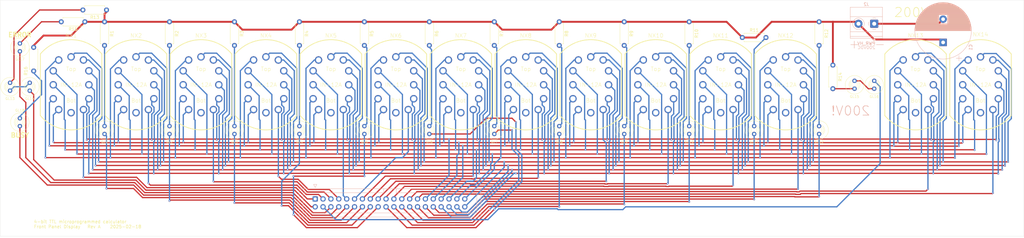
<source format=kicad_pcb>
(kicad_pcb (version 20241229) (generator "pcbnew") (generator_version "9.0")
  (layers (0 "F.Cu" signal) (2 "B.Cu" signal) (13 "F.Paste" user) (15 "B.Paste" user) (5 "F.SilkS" user "F.Silkscreen") (7 "B.SilkS" user "B.Silkscreen") (1 "F.Mask" user) (3 "B.Mask" user) (25 "Edge.Cuts" user))
  (net 0 "")
  (net 1 "HT")
  (net 2 "GND")
  (net 3 "DP_0")
  (net 4 "Net-(GL1-A)")
  (net 5 "DP_1")
  (net 6 "Net-(GL2-A)")
  (net 7 "DP_2")
  (net 8 "Net-(GL3-A)")
  (net 9 "Net-(GL4-A)")
  (net 10 "DP_3")
  (net 11 "Net-(GL5-A)")
  (net 12 "DP_4")
  (net 13 "DP_5")
  (net 14 "Net-(GL6-A)")
  (net 15 "Net-(GL7-A)")
  (net 16 "DP_6")
  (net 17 "Net-(GL8-A)")
  (net 18 "DP_7")
  (net 19 "DP_8")
  (net 20 "Net-(GL9-A)")
  (net 21 "DP_9")
  (net 22 "Net-(GL10-A)")
  (net 23 "Net-(GL11-A)")
  (net 24 "DP_10")
  (net 25 "DP_11")
  (net 26 "Net-(GL12-A)")
  (net 27 "NE_NEG_F")
  (net 28 "Net-(GL13-A)")
  (net 29 "NE_NEG_E")
  (net 30 "NE_ERR")
  (net 31 "Net-(GL15-A)")
  (net 32 "NXC_3")
  (net 33 "NXA_7")
  (net 34 "NXA_10")
  (net 35 "NXC_8")
  (net 36 "NXA_2")
  (net 37 "NXC_0")
  (net 38 "NXC_6")
  (net 39 "NXA_13")
  (net 40 "NXA_1")
  (net 41 "NXC_9")
  (net 42 "NXA_9")
  (net 43 "NXC_7")
  (net 44 "NXC_2")
  (net 45 "NXA_12")
  (net 46 "NXA_11")
  (net 47 "NXC_1")
  (net 48 "NXC_4")
  (net 49 "NXA_4")
  (net 50 "NXA_6")
  (net 51 "NXA_5")
  (net 52 "NXA_0")
  (net 53 "NXC_5")
  (net 54 "NXA_3")
  (net 55 "NXA_8")
  (net 56 "Net-(GL13-A1)")
  (net 57 "Net-(GL15-A1)")
  (net 58 "Net-(GL17-A)")
  (net 59 "Net-(GL18-A)")
  (net 60 "NE_BUSY")
  (footprint "Resistor_THT:R_Axial_DIN0207_L6.3mm_D2.5mm_P7.62mm_Horizontal" (layer "F.Cu") (at 220.345 42.545 -90)
    (property "Reference" "R8")
    (property "Value" "470k")
  )
  (footprint "nixies-us:nixies-us-IN-12-DSUB-NOHOLE" (layer "F.Cu") (at 209.55 62.865)
    (property "Reference" "NX8")
    (property "Value" "IN-12A")
  )
  (footprint "mynixies:mynixies-NE2-NEON-BULB-DRILL" (layer "F.Cu") (at 262.255 77.47)
    (property "Reference" "GL10")
    (property "Value" "NE2" (hide yes))
  )
  (footprint "Resistor_THT:R_Axial_DIN0207_L6.3mm_D2.5mm_P7.62mm_Horizontal" (layer "F.Cu") (at 74.295 38.735 180)
    (property "Reference" "R13")
    (property "Value" "100k")
  )
  (footprint "MountingHole:MountingHole_3.2mm_M3" (layer "F.Cu") (at 205.105 40.64)
    (property "Reference" "H3" (hide yes))
    (property "Value" "MountingHole")
  )
  (footprint "nixies-us:nixies-us-IN-12-DSUB-NOHOLE" (layer "F.Cu") (at 230.505 62.865)
    (property "Reference" "NX9")
    (property "Value" "IN-12A")
  )
  (footprint "Resistor_THT:R_Axial_DIN0207_L6.3mm_D2.5mm_P7.62mm_Horizontal" (layer "F.Cu") (at 67.31 42.545 180)
    (property "Reference" "R15")
    (property "Value" "470k")
  )
  (footprint "mynixies:mynixies-NE2-NEON-BULB-DRILL" (layer "F.Cu") (at 178.435 77.47)
    (property "Reference" "GL6")
    (property "Value" "NE2" (hide yes))
  )
  (footprint "nixies-us:nixies-us-IN-12-DSUB-NOHOLE" (layer "F.Cu") (at 167.64 62.865)
    (property "Reference" "NX6")
    (property "Value" "IN-12A")
  )
  (footprint "nixies-us:nixies-us-IN-12-DSUB-NOHOLE" (layer "F.Cu") (at 104.775 62.865)
    (property "Reference" "NX3")
    (property "Value" "IN-12A")
  )
  (footprint "MountingHole:MountingHole_3.2mm_M3" (layer "F.Cu") (at 205.105 106.68)
    (property "Reference" "H8" (hide yes))
    (property "Value" "MountingHole")
  )
  (footprint "mynixies:mynixies-NE2-NEON-BULB-DRILL" (layer "F.Cu") (at 73.66 77.47)
    (property "Reference" "GL1")
    (property "Value" "NE2" (hide yes))
  )
  (footprint "mynixies:mynixies-NE2-NEON-BULB-DRILL" (layer "F.Cu") (at 157.48 77.47)
    (property "Reference" "GL5")
    (property "Value" "NE2" (hide yes))
  )
  (footprint "MountingHole:MountingHole_3.2mm_M3" (layer "F.Cu") (at 45.085 106.68)
    (property "Reference" "H6" (hide yes))
    (property "Value" "MountingHole")
  )
  (footprint "nixies-us:nixies-us-IN-12-DSUB-NOHOLE" (layer "F.Cu") (at 83.82 62.865)
    (property "Reference" "NX2")
    (property "Value" "IN-12A")
  )
  (footprint "MountingHole:MountingHole_3.2mm_M3" (layer "F.Cu") (at 365.125 40.64)
    (property "Reference" "H5" (hide yes))
    (property "Value" "MountingHole")
  )
  (footprint "mynixies:mynixies-NE2-NEON-BULB-DRILL" (layer "F.Cu") (at 43.18 63.5)
    (property "Reference" "GL13")
    (property "Value" "NE2" (hide yes))
  )
  (footprint "mynixies:mynixies-NE2-NEON-BULB-DRILL" (layer "F.Cu") (at 94.615 77.47)
    (property "Reference" "GL2")
    (property "Value" "NE2" (hide yes))
  )
  (footprint "nixies-us:nixies-us-IN-12-DSUB-NOHOLE" (layer "F.Cu") (at 188.595 62.865)
    (property "Reference" "NX7")
    (property "Value" "IN-12A")
  )
  (footprint "mynixies:mynixies-NE2-NEON-BULB-DRILL" (layer "F.Cu") (at 304.165 77.47)
    (property "Reference" "GL12")
    (property "Value" "NE2" (hide yes))
  )
  (footprint "Resistor_THT:R_Axial_DIN0207_L6.3mm_D2.5mm_P7.62mm_Horizontal" (layer "F.Cu") (at 279.4 47.625)
    (property "Reference" "R11")
    (property "Value" "470k")
  )
  (footprint "nixies-us:nixies-us-IN-12-DSUB-NOHOLE" (layer "F.Cu") (at 272.415 62.865)
    (property "Reference" "NX11")
    (property "Value" "IN-12A")
  )
  (footprint "MountingHole:MountingHole_3.2mm_M3" (layer "F.Cu") (at 285.115 107.315)
    (property "Reference" "H9" (hide yes))
    (property "Value" "MountingHole")
  )
  (footprint "Resistor_THT:R_Axial_DIN0207_L6.3mm_D2.5mm_P7.62mm_Horizontal" (layer "F.Cu") (at 308.61 56.515 -90)
    (property "Reference" "R14")
    (property "Value" "100k")
  )
  (footprint "Resistor_THT:R_Axial_DIN0207_L6.3mm_D2.5mm_P7.62mm_Horizontal" (layer "F.Cu") (at 199.39 42.545 -90)
    (property "Reference" "R7")
    (property "Value" "470k")
  )
  (footprint "MountingHole:MountingHole_3.2mm_M3" (layer "F.Cu") (at 125.095 106.68)
    (property "Reference" "H7" (hide yes))
    (property "Value" "MountingHole")
  )
  (footprint "mynixies:mynixies-NE2-NEON-BULB-DRILL" (layer "F.Cu") (at 115.57 77.47)
    (property "Reference" "GL3")
    (property "Value" "NE2" (hide yes))
  )
  (footprint "Resistor_THT:R_Axial_DIN0207_L6.3mm_D2.5mm_P7.62mm_Horizontal" (layer "F.Cu") (at 115.57 42.545 -90)
    (property "Reference" "R3")
    (property "Value" "470k")
  )
  (footprint "MountingHole:MountingHole_3.2mm_M3" (layer "F.Cu") (at 45.085 40.64)
    (property "Reference" "H1" (hide yes))
    (property "Value" "MountingHole")
  )
  (footprint "Resistor_THT:R_Axial_DIN0207_L6.3mm_D2.5mm_P7.62mm_Horizontal" (layer "F.Cu") (at 241.3 42.545 -90)
    (property "Reference" "R9")
    (property "Value" "470k")
  )
  (footprint "mynixies:mynixies-NE2-NEON-BULB-DRILL" (layer "F.Cu") (at 283.21 77.47)
    (property "Reference" "GL11")
    (property "Value" "NE2" (hide yes))
  )
  (footprint "Resistor_THT:R_Axial_DIN0207_L6.3mm_D2.5mm_P7.62mm_Horizontal" (layer "F.Cu") (at 73.66 42.545 -90)
    (property "Reference" "R1")
    (property "Value" "470k")
  )
  (footprint "Resistor_THT:R_Axial_DIN0207_L6.3mm_D2.5mm_P7.62mm_Horizontal" (layer "F.Cu") (at 178.435 42.545 -90)
    (property "Reference" "R6")
    (property "Value" "470k")
  )
  (footprint "Resistor_THT:R_Axial_DIN0207_L6.3mm_D2.5mm_P7.62mm_Horizontal" (layer "F.Cu") (at 50.8 50.8 -90)
    (property "Reference" "R16")
    (property "Value" "470k")
  )
  (footprint "mynixies:mynixies-NE2-NEON-BULB-DRILL" (layer "F.Cu") (at 46.355 50.8)
    (property "Reference" "GL17")
    (property "Value" "NE2" (hide yes))
  )
  (footprint "mynixies:mynixies-NE2-NEON-BULB-DRILL" (layer "F.Cu") (at 49.53 63.5)
    (property "Reference" "GL14")
    (property "Value" "NE2" (hide yes))
  )
  (footprint "nixies-us:nixies-us-IN-12-DSUB-NOHOLE" (layer "F.Cu") (at 62.865 62.865)
    (property "Reference" "NX1")
    (property "Value" "IN-12A")
  )
  (footprint "nixies-us:nixies-us-IN-12-DSUB-NOHOLE" (layer "F.Cu") (at 335.28 62.865)
    (property "Reference" "NX13")
    (property "Value" "IN-12A")
  )
  (footprint "Resistor_THT:R_Axial_DIN0207_L6.3mm_D2.5mm_P7.62mm_Horizontal" (layer "F.Cu") (at 157.48 42.545 -90)
    (property "Reference" "R5")
    (property "Value" "470k")
  )
  (footprint "nixies-us:nixies-us-IN-12-DSUB-NOHOLE" (layer "F.Cu") (at 293.37 62.865)
    (property "Reference" "NX12")
    (property "Value" "IN-12A")
  )
  (footprint "MountingHole:MountingHole_3.2mm_M3" (layer "F.Cu") (at 125.095 40.64)
    (property "Reference" "H2" (hide yes))
    (property "Value" "MountingHole")
  )
  (footprint "nixies-us:nixies-us-IN-12-DSUB-NOHOLE" (layer "F.Cu") (at 251.46 62.865)
    (property "Reference" "NX10")
    (property "Value" "IN-12A")
  )
  (footprint "nixies-us:nixies-us-IN-12-DSUB-NOHOLE" (layer "F.Cu") (at 356.235 62.865)
    (property "Reference" "NX14")
    (property "Value" "IN-12A")
  )
  (footprint "mynixies:mynixies-NE2-NEON-BULB-DRILL" (layer "F.Cu") (at 241.3 77.47)
    (property "Reference" "GL9")
    (property "Value" "NE2" (hide yes))
  )
  (footprint "MountingHole:MountingHole_3.2mm_M3" (layer "F.Cu") (at 285.115 40.64)
    (property "Reference" "H4" (hide yes))
    (property "Value" "MountingHole")
  )
  (footprint "mynixies:mynixies-NE2-NEON-BULB-DRILL" (layer "F.Cu") (at 321.945 62.865 180)
    (property "Reference" "GL16")
    (property "Value" "NE2" (hide yes))
  )
  (footprint "mynixies:mynixies-NE2-NEON-BULB-DRILL" (layer "F.Cu") (at 199.39 77.47)
    (property "Reference" "GL7")
    (property "Value" "NE2" (hide yes))
  )
  (footprint "Resistor_THT:R_Axial_DIN0207_L6.3mm_D2.5mm_P7.62mm_Horizontal" (layer "F.Cu") (at 136.525 42.545 -90)
    (property "Reference" "R4")
    (property "Value" "470k")
  )
  (footprint "mynixies:mynixies-NE2-NEON-BULB-DRILL" (layer "F.Cu") (at 46.355 74.93)
    (property "Reference" "GL18")
    (property "Value" "NE2" (hide yes))
  )
  (footprint "nixies-us:nixies-us-IN-12-DSUB-NOHOLE" (layer "F.Cu") (at 125.73 62.865)
    (property "Reference" "NX4")
    (property "Value" "IN-12A")
  )
  (footprint "mynixies:mynixies-NE2-NEON-BULB-DRILL" (layer "F.Cu") (at 220.345 77.47)
    (property "Reference" "GL8")
    (property "Value" "NE2" (hide yes))
  )
  (footprint "Resistor_THT:R_Axial_DIN0207_L6.3mm_D2.5mm_P7.62mm_Horizontal" (layer "F.Cu") (at 262.255 42.545 -90)
    (property "Reference" "R10")
    (property "Value" "470k")
  )
  (footprint "mynixies:mynixies-NE2-NEON-BULB-DRILL" (layer "F.Cu") (at 315.595 62.865 180)
    (property "Reference" "GL15")
    (property "Value" "NE2" (hide yes))
  )
  (footprint "MountingHole:MountingHole_3.2mm_M3" (layer "F.Cu") (at 365.125 106.68)
    (property "Reference" "H10" (hide yes))
    (property "Value" "MountingHole")
  )
  (footprint "Resistor_THT:R_Axial_DIN0207_L6.3mm_D2.5mm_P7.62mm_Horizontal" (layer "F.Cu") (at 304.165 42.545 -90)
    (property "Reference" "R12")
    (property "Value" "470k")
  )
  (footprint "mynixies:mynixies-NE2-NEON-BULB-DRILL" (layer "F.Cu") (at 136.525 77.47)
    (property "Reference" "GL4")
    (property "Value" "NE2" (hide yes))
  )
  (footprint "Resistor_THT:R_Axial_DIN0207_L6.3mm_D2.5mm_P7.62mm_Horizontal" (layer "F.Cu") (at 94.615 42.545 -90)
    (property "Reference" "R2")
    (property "Value" "470k")
  )
  (footprint "nixies-us:nixies-us-IN-12-DSUB-NOHOLE" (layer "F.Cu") (at 146.685 62.865)
    (property "Reference" "NX5")
    (property "Value" "IN-12A")
  )
  (footprint "TerminalBlock_Phoenix:TerminalBlock_Phoenix_MKDS-1,5-2-5.08_1x02_P5.08mm_Horizontal" (layer "B.Cu") (at 321.945 43.18 180)
    (property "Reference" "J2")
    (property "Value" "PWR_HV")
  )
  (footprint "Capacitor_THT:CP_Radial_D18.0mm_P7.50mm" (layer "B.Cu") (at 344.17 49.19778 90)
    (property "Reference" "C1")
    (property "Value" "100u")
  )
  (footprint "Connector_IDC:IDC-Header_2x20_P2.54mm_Vertical" (layer "B.Cu") (at 141.605 99.695 -90)
    (property "Reference" "J1")
    (property "Value" "DISP_CONN")
  )
  (gr_rect (start 40.005 35.56) (end 370.205 111.76) (stroke (width 0.05)) (fill no) (layer "Edge.Cuts"))
  (gr_text "BUSY" (at 46.355 80.01 0) (layer "F.SilkS") (effects (font (size 1.5 1.5) (thickness 0.3) (bold yes)) (justify bottom)))
  (gr_text "200V!" (at 334.645 41.275 0) (layer "F.SilkS") (effects (font (size 3 3) (thickness 0.2)) (justify bottom)))
  (gr_text "ERROR" (at 46.355 47.625 0) (layer "F.SilkS") (effects (font (size 1.5 1.5) (thickness 0.3) (bold yes)) (justify bottom)))
  (gr_text "4-bit TTL microprogrammed calculator\nFront Panel Display   Rev A    2025-02-18" (at 50.8 109.22 0) (layer "F.SilkS") (effects (font (size 1 1)) (justify left bottom)))
  (gr_text "200V!" (at 314.325 73.025 -0) (layer "B.SilkS") (effects (font (size 3 3) (thickness 0.2)) (justify bottom mirror)))
  (gr_text "-  +" (at 325.755 51.435 0) (layer "B.SilkS") (effects (font (size 3 3)) (justify left bottom mirror)))
  (gr_text "200VDC" (at 319.405 51.435 0) (layer "B.SilkS") (effects (font (size 1 1) (thickness 0.1)) (justify bottom mirror)))
  (segment (start 316.23 42.545) (end 308.61 42.545) (width 0.6) (layer "F.Cu") (net 1))
  (segment (start 274.32 42.545) (end 220.345 42.545) (width 0.6) (layer "F.Cu") (net 1))
  (segment (start 62.865 46.99) (end 67.31 42.545) (width 0.6) (layer "F.Cu") (net 1))
  (segment (start 73.66 40.005) (end 73.66 42.545) (width 0.6) (layer "F.Cu") (net 1))
  (segment (start 308.61 42.545) (end 304.165 42.545) (width 0.6) (layer "F.Cu") (net 1))
  (segment (start 73.66 42.545) (end 67.31 42.545) (width 0.6) (layer "F.Cu") (net 1))
  (segment (start 115.57 42.545) (end 73.66 42.545) (width 0.6) (layer "F.Cu") (net 1))
  (segment (start 50.8 50.8) (end 50.8 50.165) (width 0.6) (layer "F.Cu") (net 1))
  (segment (start 199.39 42.545) (end 136.525 42.545) (width 0.6) (layer "F.Cu") (net 1))
  (segment (start 316.865 43.18) (end 316.23 42.545) (width 0.6) (layer "F.Cu") (net 1))
  (segment (start 217.805 45.085) (end 201.93 45.085) (width 0.6) (layer "F.Cu") (net 1))
  (segment (start 304.165 42.545) (end 288.857779 42.545) (width 0.6) (layer "F.Cu") (net 1))
  (segment (start 279.4 47.625) (end 274.32 42.545) (width 0.6) (layer "F.Cu") (net 1))
  (segment (start 50.8 50.165) (end 53.975 46.99) (width 0.6) (layer "F.Cu") (net 1))
  (segment (start 201.93 45.085) (end 199.39 42.545) (width 0.6) (layer "F.Cu") (net 1))
  (segment (start 288.857779 42.545) (end 283.777779 47.625) (width 0.6) (layer "F.Cu") (net 1))
  (segment (start 220.345 42.545) (end 217.805 45.085) (width 0.6) (layer "F.Cu") (net 1))
  (segment (start 74.295 38.735) (end 74.295 39.37) (width 0.6) (layer "F.Cu") (net 1))
  (segment (start 308.61 56.515) (end 308.61 42.545) (width 0.6) (layer "F.Cu") (net 1))
  (segment (start 74.295 39.37) (end 73.66 40.005) (width 0.6) (layer "F.Cu") (net 1))
  (segment (start 316.865 43.18) (end 321.945 48.26) (width 0.6) (layer "F.Cu") (net 1))
  (segment (start 283.777779 47.625) (end 279.4 47.625) (width 0.6) (layer "F.Cu") (net 1))
  (segment (start 321.945 48.26) (end 343.23222 48.26) (width 0.6) (layer "F.Cu") (net 1))
  (segment (start 53.975 46.99) (end 62.865 46.99) (width 0.6) (layer "F.Cu") (net 1))
  (segment (start 133.985 45.085) (end 118.11 45.085) (width 0.6) (layer "F.Cu") (net 1))
  (segment (start 136.525 42.545) (end 133.985 45.085) (width 0.6) (layer "F.Cu") (net 1))
  (segment (start 118.11 45.085) (end 115.57 42.545) (width 0.6) (layer "F.Cu") (net 1))
  (segment (start 343.23222 48.26) (end 344.17 49.19778) (width 0.6) (layer "F.Cu") (net 1))
  (segment (start 342.68778 43.18) (end 321.945 43.18) (width 0.6) (layer "F.Cu") (net 2))
  (segment (start 344.17 41.69778) (end 342.68778 43.18) (width 0.6) (layer "F.Cu") (net 2))
  (segment (start 133.761905 99.25) (end 140.251905 105.74) (width 0.4) (layer "F.Cu") (net 3))
  (segment (start 85.940821 99.25) (end 133.761905 99.25) (width 0.4) (layer "F.Cu") (net 3))
  (segment (start 140.251905 105.74) (end 148.26 105.74) (width 0.4) (layer "F.Cu") (net 3))
  (segment (start 74.295 96.315) (end 83.005821 96.315) (width 0.4) (layer "F.Cu") (net 3))
  (segment (start 148.26 105.74) (end 151.765 102.235) (width 0.4) (layer "F.Cu") (net 3))
  (segment (start 83.005821 96.315) (end 85.940821 99.25) (width 0.4) (layer "F.Cu") (net 3))
  (via (at 74.295 96.315) (size 0.6) (drill 0.3) (layers "F.Cu" "B.Cu") (net 3))
  (segment (start 74.295 96.315) (end 74.295 79.375) (width 0.4) (layer "B.Cu") (net 3))
  (segment (start 74.295 79.375) (end 73.66 78.74) (width 0.4) (layer "B.Cu") (net 3))
  (segment (start 73.66 50.165) (end 73.66 76.2) (width 0.4) (layer "B.Cu") (net 4))
  (segment (start 139.920534 106.54) (end 150 106.54) (width 0.4) (layer "F.Cu") (net 5))
  (segment (start 94.895 100.05) (end 133.430534 100.05) (width 0.4) (layer "F.Cu") (net 5))
  (segment (start 150 106.54) (end 154.305 102.235) (width 0.4) (layer "F.Cu") (net 5))
  (segment (start 133.430534 100.05) (end 139.920534 106.54) (width 0.4) (layer "F.Cu") (net 5))
  (segment (start 94.615 100.33) (end 94.895 100.05) (width 0.4) (layer "F.Cu") (net 5))
  (via (at 94.615 100.33) (size 0.6) (drill 0.3) (layers "F.Cu" "B.Cu") (net 5))
  (segment (start 94.615 100.33) (end 94.615 78.74) (width 0.4) (layer "B.Cu") (net 5))
  (segment (start 94.615 50.165) (end 94.615 76.2) (width 0.4) (layer "B.Cu") (net 6))
  (segment (start 133.214163 100.965) (end 137.590001 105.340837) (width 0.4) (layer "F.Cu") (net 7))
  (segment (start 151.74 107.34) (end 156.845 102.235) (width 0.4) (layer "F.Cu") (net 7))
  (segment (start 115.57 100.965) (end 133.214163 100.965) (width 0.4) (layer "F.Cu") (net 7))
  (segment (start 137.590001 105.340837) (end 139.589164 107.34) (width 0.4) (layer "F.Cu") (net 7))
  (segment (start 139.589164 107.34) (end 151.74 107.34) (width 0.4) (layer "F.Cu") (net 7))
  (via (at 115.57 100.965) (size 0.6) (drill 0.3) (layers "F.Cu" "B.Cu") (net 7))
  (segment (start 115.57 100.965) (end 115.57 78.74) (width 0.4) (layer "B.Cu") (net 7))
  (segment (start 115.57 50.165) (end 115.57 76.2) (width 0.4) (layer "B.Cu") (net 8))
  (segment (start 136.525 50.165) (end 136.525 76.2) (width 0.4) (layer "B.Cu") (net 9))
  (segment (start 139.257793 108.14) (end 153.48 108.14) (width 0.4) (layer "F.Cu") (net 10))
  (segment (start 153.48 108.14) (end 159.385 102.235) (width 0.4) (layer "F.Cu") (net 10))
  (segment (start 130.81 101.865) (end 132.982793 101.865) (width 0.4) (layer "F.Cu") (net 10))
  (segment (start 132.982793 101.865) (end 139.257793 108.14) (width 0.4) (layer "F.Cu") (net 10))
  (via (at 130.81 101.865) (size 0.6) (drill 0.3) (layers "F.Cu" "B.Cu") (net 10))
  (segment (start 130.81 93.98) (end 136.525 88.265) (width 0.4) (layer "B.Cu") (net 10))
  (segment (start 130.81 101.865) (end 130.81 93.98) (width 0.4) (layer "B.Cu") (net 10))
  (segment (start 136.525 88.265) (end 136.525 78.74) (width 0.4) (layer "B.Cu") (net 10))
  (segment (start 157.48 50.165) (end 158.279999 50.964999) (width 0.4) (layer "B.Cu") (net 11))
  (segment (start 158.279999 50.964999) (end 158.279999 75.400001) (width 0.4) (layer "B.Cu") (net 11))
  (segment (start 158.279999 75.400001) (end 157.48 76.2) (width 0.4) (layer "B.Cu") (net 11))
  (segment (start 157.48 92.34) (end 134.62 92.34) (width 0.4) (layer "F.Cu") (net 12))
  (segment (start 138.785 108.94) (end 155.22 108.94) (width 0.4) (layer "F.Cu") (net 12))
  (segment (start 134.62 104.775) (end 138.785 108.94) (width 0.4) (layer "F.Cu") (net 12))
  (segment (start 155.22 108.94) (end 161.925 102.235) (width 0.4) (layer "F.Cu") (net 12))
  (via (at 157.48 92.34) (size 0.6) (drill 0.3) (layers "F.Cu" "B.Cu") (net 12))
  (via (at 134.62 92.34) (size 0.6) (drill 0.3) (layers "F.Cu" "B.Cu") (net 12))
  (via (at 134.62 104.775) (size 0.6) (drill 0.3) (layers "F.Cu" "B.Cu") (net 12))
  (segment (start 157.48 92.34) (end 157.48 78.74) (width 0.4) (layer "B.Cu") (net 12))
  (segment (start 134.62 104.775) (end 134.62 92.34) (width 0.4) (layer "B.Cu") (net 12))
  (segment (start 193.47 108.94) (end 171.17 108.94) (width 0.4) (layer "F.Cu") (net 13))
  (segment (start 206.375 74.93) (end 205.105 73.66) (width 0.4) (layer "F.Cu") (net 13))
  (segment (start 191.590446 78.74) (end 178.435 78.74) (width 0.4) (layer "F.Cu") (net 13))
  (segment (start 205.105 73.66) (end 196.670446 73.66) (width 0.4) (layer "F.Cu") (net 13))
  (segment (start 171.17 108.94) (end 164.465 102.235) (width 0.4) (layer "F.Cu") (net 13))
  (segment (start 199.39 103.02) (end 193.47 108.94) (width 0.4) (layer "F.Cu") (net 13))
  (segment (start 196.670446 73.66) (end 191.590446 78.74) (width 0.4) (layer "F.Cu") (net 13))
  (via (at 199.39 103.02) (size 0.6) (drill 0.3) (layers "F.Cu" "B.Cu") (net 13))
  (via (at 206.375 74.93) (size 0.6) (drill 0.3) (layers "F.Cu" "B.Cu") (net 13))
  (segment (start 206.375 83.601593) (end 208.28 85.506593) (width 0.4) (layer "B.Cu") (net 13))
  (segment (start 208.28 94.13) (end 199.39 103.02) (width 0.4) (layer "B.Cu") (net 13))
  (segment (start 206.375 74.93) (end 206.375 83.601593) (width 0.4) (layer "B.Cu") (net 13))
  (segment (start 208.28 85.506593) (end 208.28 94.13) (width 0.4) (layer "B.Cu") (net 13))
  (segment (start 178.435 50.165) (end 178.435 50.8) (width 0.4) (layer "B.Cu") (net 14))
  (segment (start 179.1462 75.4888) (end 178.435 76.2) (width 0.4) (layer "B.Cu") (net 14))
  (segment (start 178.435 50.8) (end 179.1462 51.5112) (width 0.4) (layer "B.Cu") (net 14))
  (segment (start 179.1462 51.5112) (end 179.1462 75.4888) (width 0.4) (layer "B.Cu") (net 14))
  (segment (start 199.39 50.165) (end 200.189999 50.964999) (width 0.4) (layer "B.Cu") (net 15))
  (segment (start 200.189999 75.400001) (end 199.39 76.2) (width 0.4) (layer "B.Cu") (net 15))
  (segment (start 200.189999 50.964999) (end 200.189999 75.400001) (width 0.4) (layer "B.Cu") (net 15))
  (segment (start 200.66 77.47) (end 199.39 78.74) (width 0.4) (layer "F.Cu") (net 16))
  (segment (start 197.971397 103.021397) (end 197.968603 103.021397) (width 0.4) (layer "F.Cu") (net 16))
  (segment (start 192.85 108.14) (end 172.91 108.14) (width 0.4) (layer "F.Cu") (net 16))
  (segment (start 172.91 108.14) (end 167.005 102.235) (width 0.4) (layer "F.Cu") (net 16))
  (segment (start 197.968603 103.021397) (end 192.85 108.14) (width 0.4) (layer "F.Cu") (net 16))
  (segment (start 205.105 77.47) (end 200.66 77.47) (width 0.4) (layer "F.Cu") (net 16))
  (via (at 205.105 77.47) (size 0.6) (drill 0.3) (layers "F.Cu" "B.Cu") (net 16))
  (via (at 197.971397 103.021397) (size 0.6) (drill 0.3) (layers "F.Cu" "B.Cu") (net 16))
  (segment (start 207.275 93.717794) (end 207.275 85.7688) (width 0.4) (layer "B.Cu") (net 16))
  (segment (start 197.971397 103.021397) (end 207.275 93.717794) (width 0.4) (layer "B.Cu") (net 16))
  (segment (start 205.105 83.5988) (end 205.105 77.47) (width 0.4) (layer "B.Cu") (net 16))
  (segment (start 207.275 85.7688) (end 205.105 83.5988) (width 0.4) (layer "B.Cu") (net 16))
  (segment (start 220.345 50.165) (end 221.144999 50.964999) (width 0.4) (layer "B.Cu") (net 17))
  (segment (start 221.144999 50.964999) (end 221.144999 75.400001) (width 0.4) (layer "B.Cu") (net 17))
  (segment (start 221.144999 75.400001) (end 220.345 76.2) (width 0.4) (layer "B.Cu") (net 17))
  (segment (start 220.23 102.12) (end 197.6 102.12) (width 0.4) (layer "F.Cu") (net 18))
  (segment (start 197.6 102.12) (end 192.38 107.34) (width 0.4) (layer "F.Cu") (net 18))
  (segment (start 174.65 107.34) (end 169.545 102.235) (width 0.4) (layer "F.Cu") (net 18))
  (segment (start 220.345 102.235) (end 220.23 102.12) (width 0.4) (layer "F.Cu") (net 18))
  (segment (start 192.38 107.34) (end 174.65 107.34) (width 0.4) (layer "F.Cu") (net 18))
  (via (at 220.345 102.235) (size 0.6) (drill 0.3) (layers "F.Cu" "B.Cu") (net 18))
  (segment (start 220.345 102.235) (end 220.345 78.74) (width 0.4) (layer "B.Cu") (net 18))
  (segment (start 241.2 101.32) (end 197.13 101.32) (width 0.4) (layer "F.Cu") (net 19))
  (segment (start 241.3 101.42) (end 241.2 101.32) (width 0.4) (layer "F.Cu") (net 19))
  (segment (start 197.13 101.32) (end 191.91 106.54) (width 0.4) (layer "F.Cu") (net 19))
  (segment (start 176.39 106.54) (end 172.085 102.235) (width 0.4) (layer "F.Cu") (net 19))
  (segment (start 191.91 106.54) (end 176.39 106.54) (width 0.4) (layer "F.Cu") (net 19))
  (via (at 241.3 101.42) (size 0.6) (drill 0.3) (layers "F.Cu" "B.Cu") (net 19))
  (segment (start 241.3 101.42) (end 241.3 78.74) (width 0.4) (layer "B.Cu") (net 19))
  (segment (start 241.3 50.165) (end 242.099999 50.964999) (width 0.4) (layer "B.Cu") (net 20))
  (segment (start 242.099999 50.964999) (end 242.099999 75.400001) (width 0.4) (layer "B.Cu") (net 20))
  (segment (start 242.099999 75.400001) (end 241.3 76.2) (width 0.4) (layer "B.Cu") (net 20))
  (segment (start 191.44 105.74) (end 178.13 105.74) (width 0.4) (layer "F.Cu") (net 21))
  (segment (start 178.13 105.74) (end 174.625 102.235) (width 0.4) (layer "F.Cu") (net 21))
  (segment (start 262.255 100.62) (end 262.155 100.52) (width 0.4) (layer "F.Cu") (net 21))
  (segment (start 196.66 100.52) (end 191.44 105.74) (width 0.4) (layer "F.Cu") (net 21))
  (segment (start 262.155 100.52) (end 196.66 100.52) (width 0.4) (layer "F.Cu") (net 21))
  (via (at 262.255 100.62) (size 0.6) (drill 0.3) (layers "F.Cu" "B.Cu") (net 21))
  (segment (start 262.255 100.62) (end 262.255 78.74) (width 0.4) (layer "B.Cu") (net 21))
  (segment (start 262.255 50.165) (end 262.255 76.2) (width 0.4) (layer "B.Cu") (net 22))
  (segment (start 283.21 51.435) (end 287.02 47.625) (width 0.4) (layer "B.Cu") (net 23))
  (segment (start 283.21 76.2) (end 283.21 51.435) (width 0.4) (layer "B.Cu") (net 23))
  (segment (start 283.21 99.82) (end 283.11 99.72) (width 0.4) (layer "F.Cu") (net 24))
  (segment (start 283.11 99.72) (end 196.05137 99.72) (width 0.4) (layer "F.Cu") (net 24))
  (segment (start 196.05137 99.72) (end 190.83137 104.94) (width 0.4) (layer "F.Cu") (net 24))
  (segment (start 190.83137 104.94) (end 179.87 104.94) (width 0.4) (layer "F.Cu") (net 24))
  (segment (start 179.87 104.94) (end 177.165 102.235) (width 0.4) (layer "F.Cu") (net 24))
  (via (at 283.21 99.82) (size 0.6) (drill 0.3) (layers "F.Cu" "B.Cu") (net 24))
  (segment (start 283.21 99.82) (end 283.21 78.74) (width 0.4) (layer "B.Cu") (net 24))
  (segment (start 296.332425 99.02) (end 296.232425 98.92) (width 0.4) (layer "F.Cu") (net 25))
  (segment (start 296.232425 98.92) (end 195.72 98.92) (width 0.4) (layer "F.Cu") (net 25))
  (segment (start 304 99.02) (end 296.332425 99.02) (width 0.4) (layer "F.Cu") (net 25))
  (segment (start 181.61 104.14) (end 179.705 102.235) (width 0.4) (layer "F.Cu") (net 25))
  (segment (start 195.72 98.92) (end 190.5 104.14) (width 0.4) (layer "F.Cu") (net 25))
  (segment (start 304.165 98.855) (end 304 99.02) (width 0.4) (layer "F.Cu") (net 25))
  (segment (start 190.5 104.14) (end 181.61 104.14) (width 0.4) (layer "F.Cu") (net 25))
  (via (at 304.165 98.855) (size 0.6) (drill 0.3) (layers "F.Cu" "B.Cu") (net 25))
  (segment (start 304.165 98.855) (end 304.165 78.74) (width 0.4) (layer "B.Cu") (net 25))
  (segment (start 304.165 50.165) (end 304.165 76.2) (width 0.4) (layer "B.Cu") (net 26))
  (segment (start 87.013797 96.85) (end 134.95 96.85) (width 0.4) (layer "F.Cu") (net 27))
  (segment (start 50.8 66.04) (end 50.8 86.997793) (width 0.4) (layer "F.Cu") (net 27))
  (segment (start 134.95 96.85) (end 140.335 102.235) (width 0.4) (layer "F.Cu") (net 27))
  (segment (start 57.412207 93.61) (end 83.773797 93.61) (width 0.4) (layer "F.Cu") (net 27))
  (segment (start 140.335 102.235) (end 141.605 102.235) (width 0.4) (layer "F.Cu") (net 27))
  (segment (start 83.773797 93.61) (end 87.013797 96.85) (width 0.4) (layer "F.Cu") (net 27))
  (segment (start 50.8 86.997793) (end 57.412207 93.61) (width 0.4) (layer "F.Cu") (net 27))
  (segment (start 49.53 64.77) (end 50.8 66.04) (width 0.4) (layer "F.Cu") (net 27))
  (segment (start 66.675 38.735) (end 52.705 38.735) (width 0.4) (layer "F.Cu") (net 28))
  (segment (start 44.45 60.96) (end 43.18 62.23) (width 0.4) (layer "F.Cu") (net 28))
  (segment (start 52.705 38.735) (end 44.45 46.99) (width 0.4) (layer "F.Cu") (net 28))
  (segment (start 44.45 46.99) (end 44.45 60.96) (width 0.4) (layer "F.Cu") (net 28))
  (segment (start 323.85 63.5) (end 323.85 88.265) (width 0.4) (layer "B.Cu") (net 29))
  (segment (start 321.945 61.595) (end 323.85 63.5) (width 0.4) (layer "B.Cu") (net 29))
  (segment (start 241.757793 102.235) (end 240.857793 103.135) (width 0.4) (layer "B.Cu") (net 29))
  (segment (start 219.707207 102.87) (end 200.812793 102.87) (width 0.4) (layer "B.Cu") (net 29))
  (segment (start 219.972207 103.135) (end 219.707207 102.87) (width 0.4) (layer "B.Cu") (net 29))
  (segment (start 197.322793 106.36) (end 148.27 106.36) (width 0.4) (layer "B.Cu") (net 29))
  (segment (start 309.88 102.235) (end 241.757793 102.235) (width 0.4) (layer "B.Cu") (net 29))
  (segment (start 240.857793 103.135) (end 219.972207 103.135) (width 0.4) (layer "B.Cu") (net 29))
  (segment (start 323.85 88.265) (end 309.88 102.235) (width 0.4) (layer "B.Cu") (net 29))
  (segment (start 148.27 106.36) (end 144.145 102.235) (width 0.4) (layer "B.Cu") (net 29))
  (segment (start 200.812793 102.87) (end 197.322793 106.36) (width 0.4) (layer "B.Cu") (net 29))
  (segment (start 134.424647 97.65) (end 140.914647 104.14) (width 0.4) (layer "F.Cu") (net 30))
  (segment (start 48.26 86.36) (end 56.31 94.41) (width 0.4) (layer "F.Cu") (net 30))
  (segment (start 83.363562 94.41) (end 86.603562 97.65) (width 0.4) (layer "F.Cu") (net 30))
  (segment (start 140.914647 104.14) (end 144.78 104.14) (width 0.4) (layer "F.Cu") (net 30))
  (segment (start 144.78 104.14) (end 146.685 102.235) (width 0.4) (layer "F.Cu") (net 30))
  (segment (start 46.355 66.675) (end 48.26 68.58) (width 0.4) (layer "F.Cu") (net 30))
  (segment (start 48.26 68.58) (end 48.26 86.36) (width 0.4) (layer "F.Cu") (net 30))
  (segment (start 46.355 52.07) (end 46.355 66.675) (width 0.4) (layer "F.Cu") (net 30))
  (segment (start 56.31 94.41) (end 83.363562 94.41) (width 0.4) (layer "F.Cu") (net 30))
  (segment (start 86.603562 97.65) (end 134.424647 97.65) (width 0.4) (layer "F.Cu") (net 30))
  (segment (start 308.61 64.135) (end 315.595 64.135) (width 0.4) (layer "F.Cu") (net 31))
  (segment (start 60.96 83.82) (end 193.6231 83.82) (width 0.4) (layer "F.Cu") (net 32))
  (segment (start 354.22078 83.82) (end 354.33 83.92922) (width 0.4) (layer "F.Cu") (net 32))
  (segment (start 193.6231 83.82) (end 354.22078 83.82) (width 0.4) (layer "F.Cu") (net 32))
  (via (at 354.33 83.92922) (size 0.6) (drill 0.3) (layers "F.Cu" "B.Cu") (net 32))
  (via (at 333.375 83.8119) (size 0.6) (drill 0.3) (layers "F.Cu" "B.Cu") (net 32))
  (via (at 193.6231 83.82) (size 0.6) (drill 0.3) (layers "F.Cu" "B.Cu") (net 32))
  (via (at 249.555 83.8119) (size 0.6) (drill 0.3) (layers "F.Cu" "B.Cu") (net 32))
  (via (at 291.465 83.8119) (size 0.6) (drill 0.3) (layers "F.Cu" "B.Cu") (net 32))
  (via (at 102.87 83.82) (size 0.6) (drill 0.3) (layers "F.Cu" "B.Cu") (net 32))
  (via (at 270.51 83.8119) (size 0.6) (drill 0.3) (layers "F.Cu" "B.Cu") (net 32))
  (via (at 228.8131 83.8119) (size 0.6) (drill 0.3) (layers "F.Cu" "B.Cu") (net 32))
  (via (at 81.915 83.82) (size 0.6) (drill 0.3) (layers "F.Cu" "B.Cu") (net 32))
  (via (at 186.9031 83.8119) (size 0.6) (drill 0.3) (layers "F.Cu" "B.Cu") (net 32))
  (via (at 207.8581 83.8119) (size 0.6) (drill 0.3) (layers "F.Cu" "B.Cu") (net 32))
  (via (at 165.9481 83.8119) (size 0.6) (drill 0.3) (layers "F.Cu" "B.Cu") (net 32))
  (via (at 144.9931 83.82) (size 0.6) (drill 0.3) (layers "F.Cu" "B.Cu") (net 32))
  (via (at 60.96 83.82) (size 0.6) (drill 0.3) (layers "F.Cu" "B.Cu") (net 32))
  (via (at 123.825 83.82) (size 0.6) (drill 0.3) (layers "F.Cu" "B.Cu") (net 32))
  (segment (start 78.07198 62.865) (end 81.62092 66.41394) (width 0.4) (layer "B.Cu") (net 32))
  (segment (start 184.785 99.695) (end 190.5 93.98) (width 0.4) (layer "B.Cu") (net 32))
  (segment (start 57.11698 62.865) (end 60.66592 66.41394) (width 0.4) (layer "B.Cu") (net 32))
  (segment (start 144.9931 74.295) (end 144.9931 83.82) (width 0.4) (layer "B.Cu") (net 32))
  (segment (start 183.06008 62.8569) (end 186.60902 66.40584) (width 0.4) (layer "B.Cu") (net 32))
  (segment (start 270.51 74.2869) (end 270.51 83.8119) (width 0.4) (layer "B.Cu") (net 32))
  (segment (start 60.66592 66.41394) (end 60.66592 74.00092) (width 0.4) (layer "B.Cu") (net 32))
  (segment (start 60.96 74.295) (end 60.96 83.82) (width 0.4) (layer "B.Cu") (net 32))
  (segment (start 165.9481 74.2869) (end 165.9481 83.8119) (width 0.4) (layer "B.Cu") (net 32))
  (segment (start 123.53092 74.00092) (end 123.825 74.295) (width 0.4) (layer "B.Cu") (net 32))
  (segment (start 266.66698 62.8569) (end 270.21592 66.40584) (width 0.4) (layer "B.Cu") (net 32))
  (segment (start 141.15008 62.865) (end 144.69902 66.41394) (width 0.4) (layer "B.Cu") (net 32))
  (segment (start 123.53092 66.41394) (end 123.53092 74.00092) (width 0.4) (layer "B.Cu") (net 32))
  (segment (start 228.51902 66.40584) (end 228.51902 73.99282) (width 0.4) (layer "B.Cu") (net 32))
  (segment (start 60.66592 74.00092) (end 60.96 74.295) (width 0.4) (layer "B.Cu") (net 32))
  (segment (start 207.8581 74.2869) (end 207.8581 83.8119) (width 0.4) (layer "B.Cu") (net 32))
  (segment (start 81.62092 66.41394) (end 81.62092 74.00092) (width 0.4) (layer "B.Cu") (net 32))
  (segment (start 186.60902 66.40584) (end 186.60902 73.99282) (width 0.4) (layer "B.Cu") (net 32))
  (segment (start 249.26092 73.99282) (end 249.555 74.2869) (width 0.4) (layer "B.Cu") (net 32))
  (segment (start 102.87 74.295) (end 102.87 83.82) (width 0.4) (layer "B.Cu") (net 32))
  (segment (start 249.26092 66.40584) (end 249.26092 73.99282) (width 0.4) (layer "B.Cu") (net 32))
  (segment (start 228.8131 74.2869) (end 228.8131 83.8119) (width 0.4) (layer "B.Cu") (net 32))
  (segment (start 350.48698 62.97422) (end 354.03592 66.52316) (width 0.4) (layer "B.Cu") (net 32))
  (segment (start 81.915 74.295) (end 81.915 83.82) (width 0.4) (layer "B.Cu") (net 32))
  (segment (start 186.60902 73.99282) (end 186.9031 74.2869) (width 0.4) (layer "B.Cu") (net 32))
  (segment (start 193.6231 92.918297) (end 193.6231 83.82) (width 0.4) (layer "B.Cu") (net 32))
  (segment (start 165.65402 66.40584) (end 165.65402 73.99282) (width 0.4) (layer "B.Cu") (net 32))
  (segment (start 102.57592 66.41394) (end 102.57592 74.00092) (width 0.4) (layer "B.Cu") (net 32))
  (segment (start 186.9031 74.2869) (end 186.9031 83.8119) (width 0.4) (layer "B.Cu") (net 32))
  (segment (start 329.53198 62.8569) (end 333.08092 66.40584) (width 0.4) (layer "B.Cu") (net 32))
  (segment (start 207.56402 73.99282) (end 207.8581 74.2869) (width 0.4) (layer "B.Cu") (net 32))
  (segment (start 99.02698 62.865) (end 102.57592 66.41394) (width 0.4) (layer "B.Cu") (net 32))
  (segment (start 102.57592 74.00092) (end 102.87 74.295) (width 0.4) (layer "B.Cu") (net 32))
  (segment (start 192.561397 93.98) (end 193.6231 92.918297) (width 0.4) (layer "B.Cu") (net 32))
  (segment (start 287.62198 62.8569) (end 291.17092 66.40584) (width 0.4) (layer "B.Cu") (net 32))
  (segment (start 162.10508 62.8569) (end 165.65402 66.40584) (width 0.4) (layer "B.Cu") (net 32))
  (segment (start 354.03592 66.52316) (end 354.03592 74.11014) (width 0.4) (layer "B.Cu") (net 32))
  (segment (start 144.69902 66.41394) (end 144.69902 74.00092) (width 0.4) (layer "B.Cu") (net 32))
  (segment (start 123.825 74.295) (end 123.825 83.82) (width 0.4) (layer "B.Cu") (net 32))
  (segment (start 204.01508 62.8569) (end 207.56402 66.40584) (width 0.4) (layer "B.Cu") (net 32))
  (segment (start 207.56402 66.40584) (end 207.56402 73.99282) (width 0.4) (layer "B.Cu") (net 32))
  (segment (start 165.65402 73.99282) (end 165.9481 74.2869) (width 0.4) (layer "B.Cu") (net 32))
  (segment (start 144.69902 74.00092) (end 144.9931 74.295) (width 0.4) (layer "B.Cu") (net 32))
  (segment (start 333.375 74.2869) (end 333.375 83.8119) (width 0.4) (layer "B.Cu") (net 32))
  (segment (start 119.98198 62.865) (end 123.53092 66.41394) (width 0.4) (layer "B.Cu") (net 32))
  (segment (start 245.71198 62.8569) (end 249.26092 66.40584) (width 0.4) (layer "B.Cu") (net 32))
  (segment (start 291.17092 73.99282) (end 291.465 74.2869) (width 0.4) (layer "B.Cu") (net 32))
  (segment (start 228.51902 73.99282) (end 228.8131 74.2869) (width 0.4) (layer "B.Cu") (net 32))
  (segment (start 270.21592 66.40584) (end 270.21592 73.99282) (width 0.4) (layer "B.Cu") (net 32))
  (segment (start 333.08092 73.99282) (end 333.375 74.2869) (width 0.4) (layer "B.Cu") (net 32))
  (segment (start 333.08092 66.40584) (end 333.08092 73.99282) (width 0.4) (layer "B.Cu") (net 32))
  (segment (start 354.03592 74.11014) (end 354.33 74.40422) (width 0.4) (layer "B.Cu") (net 32))
  (segment (start 81.62092 74.00092) (end 81.915 74.295) (width 0.4) (layer "B.Cu") (net 32))
  (segment (start 270.21592 73.99282) (end 270.51 74.2869) (width 0.4) (layer "B.Cu") (net 32))
  (segment (start 224.97008 62.8569) (end 228.51902 66.40584) (width 0.4) (layer "B.Cu") (net 32))
  (segment (start 190.5 93.98) (end 192.561397 93.98) (width 0.4) (layer "B.Cu") (net 32))
  (segment (start 291.17092 66.40584) (end 291.17092 73.99282) (width 0.4) (layer "B.Cu") (net 32))
  (segment (start 354.33 74.40422) (end 354.33 83.92922) (width 0.4) (layer "B.Cu") (net 32))
  (segment (start 249.555 74.2869) (end 249.555 83.8119) (width 0.4) (layer "B.Cu") (net 32))
  (segment (start 291.465 74.2869) (end 291.465 83.8119) (width 0.4) (layer "B.Cu") (net 32))
  (segment (start 213.54796 92.71) (end 213.21796 93.04) (width 0.4) (layer "F.Cu") (net 33))
  (segment (start 193.165753 93.04) (end 192.965753 93.24) (width 0.4) (layer "F.Cu") (net 33))
  (segment (start 192.160167 93.18) (end 165.9 93.18) (width 0.4) (layer "F.Cu") (net 33))
  (segment (start 165.9 93.18) (end 159.385 99.695) (width 0.4) (layer "F.Cu") (net 33))
  (segment (start 192.220167 93.24) (end 192.160167 93.18) (width 0.4) (layer "F.Cu") (net 33))
  (segment (start 213.21796 93.04) (end 193.165753 93.04) (width 0.4) (layer "F.Cu") (net 33))
  (segment (start 192.965753 93.24) (end 192.220167 93.24) (width 0.4) (layer "F.Cu") (net 33))
  (via (at 213.54796 92.71) (size 0.6) (drill 0.3) (layers "F.Cu" "B.Cu") (net 33))
  (segment (start 213.54796 92.71) (end 213.54796 70.86346) (width 0.4) (layer "B.Cu") (net 33))
  (segment (start 255.642793 95.68) (end 254.897207 95.68) (width 0.4) (layer "F.Cu") (net 34))
  (segment (start 234.690306 95.58) (end 194.019866 95.58) (width 0.4) (layer "F.Cu") (net 34))
  (segment (start 276.08296 95.58) (end 255.742793 95.58) (width 0.4) (layer "F.Cu") (net 34))
  (segment (start 236.298634 95.58) (end 236.198634 95.68) (width 0.4) (layer "F.Cu") (net 34))
  (segment (start 193.959866 95.64) (end 170.425 95.64) (width 0.4) (layer "F.Cu") (net 34))
  (segment (start 167.005 99.06) (end 167.005 99.695) (width 0.4) (layer "F.Cu") (net 34))
  (segment (start 170.425 95.64) (end 167.005 99.06) (width 0.4) (layer "F.Cu") (net 34))
  (segment (start 254.797207 95.58) (end 236.298634 95.58) (width 0.4) (layer "F.Cu") (net 34))
  (segment (start 255.742793 95.58) (end 255.642793 95.68) (width 0.4) (layer "F.Cu") (net 34))
  (segment (start 234.790306 95.68) (end 234.690306 95.58) (width 0.4) (layer "F.Cu") (net 34))
  (segment (start 236.198634 95.68) (end 234.790306 95.68) (width 0.4) (layer "F.Cu") (net 34))
  (segment (start 276.41296 95.25) (end 276.08296 95.58) (width 0.4) (layer "F.Cu") (net 34))
  (segment (start 254.897207 95.68) (end 254.797207 95.58) (width 0.4) (layer "F.Cu") (net 34))
  (segment (start 194.019866 95.58) (end 193.959866 95.64) (width 0.4) (layer "F.Cu") (net 34))
  (via (at 276.41296 95.25) (size 0.6) (drill 0.3) (layers "F.Cu" "B.Cu") (net 34))
  (segment (start 276.41296 95.25) (end 276.41296 70.86346) (width 0.4) (layer "B.Cu") (net 34))
  (segment (start 205.105 90.27922) (end 69.95922 90.27922) (width 0.4) (layer "F.Cu") (net 35))
  (segment (start 69.95922 90.27922) (end 69.85 90.17) (width 0.4) (layer "F.Cu") (net 35))
  (segment (start 363.22 90.27922) (end 205.105 90.27922) (width 0.4) (layer "F.Cu") (net 35))
  (via (at 111.76 90.17) (size 0.6) (drill 0.3) (layers "F.Cu" "B.Cu") (net 35))
  (via (at 342.265 90.1619) (size 0.6) (drill 0.3) (layers "F.Cu" "B.Cu") (net 35))
  (via (at 69.85 90.17) (size 0.6) (drill 0.3) (layers "F.Cu" "B.Cu") (net 35))
  (via (at 216.7481 90.1619) (size 0.6) (drill 0.3) (layers "F.Cu" "B.Cu") (net 35))
  (via (at 174.8381 90.1619) (size 0.6) (drill 0.3) (layers "F.Cu" "B.Cu") (net 35))
  (via (at 237.7031 90.1619) (size 0.6) (drill 0.3) (layers "F.Cu" "B.Cu") (net 35))
  (via (at 363.22 90.27922) (size 0.6) (drill 0.3) (layers "F.Cu" "B.Cu") (net 35))
  (via (at 132.715 90.17) (size 0.6) (drill 0.3) (layers "F.Cu" "B.Cu") (net 35))
  (via (at 153.8831 90.17) (size 0.6) (drill 0.3) (layers "F.Cu" "B.Cu") (net 35))
  (via (at 300.355 90.1619) (size 0.6) (drill 0.3) (layers "F.Cu" "B.Cu") (net 35))
  (via (at 258.445 90.1619) (size 0.6) (drill 0.3) (layers "F.Cu" "B.Cu") (net 35))
  (via (at 279.4 90.1619) (size 0.6) (drill 0.3) (layers "F.Cu" "B.Cu") (net 35))
  (via (at 90.805 90.17) (size 0.6) (drill 0.3) (layers "F.Cu" "B.Cu") (net 35))
  (via (at 205.105 90.27922) (size 0.6) (drill 0.3) (layers "F.Cu" "B.Cu") (net 35))
  (via (at 195.7931 90.1619) (size 0.6) (drill 0.3) (layers "F.Cu" "B.Cu") (net 35))
  (segment (start 197.155 60.95744) (end 194.55612 58.35856) (width 0.4) (layer "B.Cu") (net 35))
  (segment (start 174.8381 72.675062) (end 176.2 71.313162) (width 0.4) (layer "B.Cu") (net 35))
  (segment (start 195.7931 72.675062) (end 197.155 71.313162) (width 0.4) (layer "B.Cu") (net 35))
  (segment (start 218.11 60.95744) (end 215.51112 58.35856) (width 0.4) (layer "B.Cu") (net 35))
  (segment (start 364.5819 61.07476) (end 361.98302 58.47588) (width 0.4) (layer "B.Cu") (net 35))
  (segment (start 184.785 102.235) (end 187.31 104.76) (width 0.4) (layer "B.Cu") (net 35))
  (segment (start 69.85 90.17) (end 69.85 72.683162) (width 0.4) (layer "B.Cu") (net 35))
  (segment (start 259.8069 72.440631) (end 259.8069 60.95744) (width 0.4) (layer "B.Cu") (net 35))
  (segment (start 239.065 60.95744) (end 236.46612 58.35856) (width 0.4) (layer "B.Cu") (net 35))
  (segment (start 218.11 71.313162) (end 218.11 60.95744) (width 0.4) (layer "B.Cu") (net 35))
  (segment (start 176.2 71.313162) (end 176.2 60.95744) (width 0.4) (layer "B.Cu") (net 35))
  (segment (start 134.0769 71.321262) (end 134.0769 60.96554) (width 0.4) (layer "B.Cu") (net 35))
  (segment (start 113.1219 71.321262) (end 113.1219 60.96554) (width 0.4) (layer "B.Cu") (net 35))
  (segment (start 197.155 71.313162) (end 197.155 60.95744) (width 0.4) (layer "B.Cu") (net 35))
  (segment (start 71.2119 71.321262) (end 71.2119 60.96554) (width 0.4) (layer "B.Cu") (net 35))
  (segment (start 301.7169 60.95744) (end 299.11802 58.35856) (width 0.4) (layer "B.Cu") (net 35))
  (segment (start 90.805 72.683162) (end 92.1669 71.321262) (width 0.4) (layer "B.Cu") (net 35))
  (segment (start 363.22 73.543691) (end 364.5819 72.181791) (width 0.4) (layer "B.Cu") (net 35))
  (segment (start 195.7931 90.1619) (end 195.7931 72.675062) (width 0.4) (layer "B.Cu") (net 35))
  (segment (start 176.2 60.95744) (end 173.60112 58.35856) (width 0.4) (layer "B.Cu") (net 35))
  (segment (start 191.15 104.76) (end 205.105 90.805) (width 0.4) (layer "B.Cu") (net 35))
  (segment (start 280.7619 60.95744) (end 278.16302 58.35856) (width 0.4) (layer "B.Cu") (net 35))
  (segment (start 111.76 72.683162) (end 113.1219 71.321262) (width 0.4) (layer "B.Cu") (net 35))
  (segment (start 90.805 90.17) (end 90.805 72.683162) (width 0.4) (layer "B.Cu") (net 35))
  (segment (start 280.7619 72.2981) (end 280.7619 60.95744) (width 0.4) (layer "B.Cu") (net 35))
  (segment (start 111.76 90.17) (end 111.76 72.683162) (width 0.4) (layer "B.Cu") (net 35))
  (segment (start 363.22 90.27922) (end 363.22 73.543691) (width 0.4) (layer "B.Cu") (net 35))
  (segment (start 92.1669 60.96554) (end 89.56802 58.36666) (width 0.4) (layer "B.Cu") (net 35))
  (segment (start 301.7169 72.2981) (end 301.7169 60.95744) (width 0.4) (layer "B.Cu") (net 35))
  (segment (start 342.265 73.66) (end 343.6269 72.2981) (width 0.4) (layer "B.Cu") (net 35))
  (segment (start 216.7481 90.1619) (end 216.7481 72.675062) (width 0.4) (layer "B.Cu") (net 35))
  (segment (start 71.2119 60.96554) (end 68.61302 58.36666) (width 0.4) (layer "B.Cu") (net 35))
  (segment (start 237.7031 90.1619) (end 237.7031 72.675062) (width 0.4) (layer "B.Cu") (net 35))
  (segment (start 69.85 72.683162) (end 71.2119 71.321262) (width 0.4) (layer "B.Cu") (net 35))
  (segment (start 153.8831 72.683162) (end 155.245 71.321262) (width 0.4) (layer "B.Cu") (net 35))
  (segment (start 364.5819 72.181791) (end 364.5819 61.07476) (width 0.4) (layer "B.Cu") (net 35))
  (segment (start 343.6269 60.95744) (end 341.02802 58.35856) (width 0.4) (layer "B.Cu") (net 35))
  (segment (start 155.245 71.321262) (end 155.245 60.96554) (width 0.4) (layer "B.Cu") (net 35))
  (segment (start 92.1669 71.321262) (end 92.1669 60.96554) (width 0.4) (layer "B.Cu") (net 35))
  (segment (start 300.355 73.66) (end 301.7169 72.2981) (width 0.4) (layer "B.Cu") (net 35))
  (segment (start 134.0769 60.96554) (end 131.47802 58.36666) (width 0.4) (layer "B.Cu") (net 35))
  (segment (start 342.265 90.1619) (end 342.265 73.66) (width 0.4) (layer "B.Cu") (net 35))
  (segment (start 216.7481 72.675062) (end 218.11 71.313162) (width 0.4) (layer "B.Cu") (net 35))
  (segment (start 258.445 73.802531) (end 259.8069 72.440631) (width 0.4) (layer "B.Cu") (net 35))
  (segment (start 132.715 72.683162) (end 134.0769 71.321262) (width 0.4) (layer "B.Cu") (net 35))
  (segment (start 174.8381 90.1619) (end 174.8381 72.675062) (width 0.4) (layer "B.Cu") (net 35))
  (segment (start 343.6269 72.2981) (end 343.6269 60.95744) (width 0.4) (layer "B.Cu") (net 35))
  (segment (start 279.4 73.66) (end 280.7619 72.2981) (width 0.4) (layer "B.Cu") (net 35))
  (segment (start 258.445 90.1619) (end 258.445 73.802531) (width 0.4) (layer "B.Cu") (net 35))
  (segment (start 239.065 71.313162) (end 239.065 60.95744) (width 0.4) (layer "B.Cu") (net 35))
  (segment (start 237.7031 72.675062) (end 239.065 71.313162) (width 0.4) (layer "B.Cu") (net 35))
  (segment (start 155.245 60.96554) (end 152.64612 58.36666) (width 0.4) (layer "B.Cu") (net 35))
  (segment (start 205.105 90.805) (end 205.105 90.27922) (width 0.4) (layer "B.Cu") (net 35))
  (segment (start 153.8831 90.17) (end 153.8831 72.683162) (width 0.4) (layer "B.Cu") (net 35))
  (segment (start 187.31 104.76) (end 191.15 104.76) (width 0.4) (layer "B.Cu") (net 35))
  (segment (start 259.8069 60.95744) (end 257.20802 58.35856) (width 0.4) (layer "B.Cu") (net 35))
  (segment (start 132.715 90.17) (end 132.715 72.683162) (width 0.4) (layer "B.Cu") (net 35))
  (segment (start 113.1219 60.96554) (end 110.52302 58.36666) (width 0.4) (layer "B.Cu") (net 35))
  (segment (start 279.4 90.1619) (end 279.4 73.66) (width 0.4) (layer "B.Cu") (net 35))
  (segment (start 300.355 90.1619) (end 300.355 73.66) (width 0.4) (layer "B.Cu") (net 35))
  (segment (start 135.777741 94.145) (end 139.077741 97.445) (width 0.4) (layer "F.Cu") (net 36))
  (segment (start 108.77296 93.98) (end 108.93796 94.145) (width 0.4) (layer "F.Cu") (net 36))
  (segment (start 108.93796 94.145) (end 135.777741 94.145) (width 0.4) (layer "F.Cu") (net 36))
  (segment (start 139.077741 97.445) (end 144.435 97.445) (width 0.4) (layer "F.Cu") (net 36))
  (segment (start 144.435 97.445) (end 146.685 99.695) (width 0.4) (layer "F.Cu") (net 36))
  (via (at 108.77296 93.98) (size 0.6) (drill 0.3) (layers "F.Cu" "B.Cu") (net 36))
  (segment (start 108.77296 93.98) (end 108.77296 70.86346) (width 0.4) (layer "B.Cu") (net 36))
  (segment (start 88.9 80.645) (end 89.165 80.38) (width 0.4) (layer "F.Cu") (net 37))
  (segment (start 172.9331 80.6369) (end 173.1981 80.3719) (width 0.4) (layer "F.Cu") (net 37))
  (segment (start 236.0631 80.3719) (end 256.275 80.3719) (width 0.4) (layer "F.Cu") (net 37))
  (segment (start 256.805 80.3719) (end 277.23 80.3719) (width 0.4) (layer "F.Cu") (net 37))
  (segment (start 235.5331 80.3719) (end 235.7981 80.6369) (width 0.4) (layer "F.Cu") (net 37))
  (segment (start 215.1081 80.3719) (end 235.5331 80.3719) (width 0.4) (layer "F.Cu") (net 37))
  (segment (start 256.275 80.3719) (end 256.54 80.6369) (width 0.4) (layer "F.Cu") (net 37))
  (segment (start 340.36 80.6369) (end 340.50768 80.48922) (width 0.4) (layer "F.Cu") (net 37))
  (segment (start 184.785 80.3719) (end 193.6231 80.3719) (width 0.4) (layer "F.Cu") (net 37))
  (segment (start 193.6231 80.3719) (end 193.8881 80.6369) (width 0.4) (layer "F.Cu") (net 37))
  (segment (start 193.8881 80.6369) (end 194.1531 80.3719) (width 0.4) (layer "F.Cu") (net 37))
  (segment (start 340.50768 80.48922) (end 361.05 80.48922) (width 0.4) (layer "F.Cu") (net 37))
  (segment (start 130.545 80.38) (end 130.81 80.645) (width 0.4) (layer "F.Cu") (net 37))
  (segment (start 277.495 80.6369) (end 277.76 80.3719) (width 0.4) (layer "F.Cu") (net 37))
  (segment (start 89.165 80.38) (end 109.59 80.38) (width 0.4) (layer "F.Cu") (net 37))
  (segment (start 152.2512 80.3719) (end 172.6681 80.3719) (width 0.4) (layer "F.Cu") (net 37))
  (segment (start 298.715 80.3719) (end 340.095 80.3719) (width 0.4) (layer "F.Cu") (net 37))
  (segment (start 214.5781 80.3719) (end 214.8431 80.6369) (width 0.4) (layer "F.Cu") (net 37))
  (segment (start 172.6681 80.3719) (end 172.9331 80.6369) (width 0.4) (layer "F.Cu") (net 37))
  (segment (start 173.1981 80.3719) (end 184.785 80.3719) (width 0.4) (layer "F.Cu") (net 37))
  (segment (start 298.45 80.6369) (end 298.715 80.3719) (width 0.4) (layer "F.Cu") (net 37))
  (segment (start 68.21 80.38) (end 88.635 80.38) (width 0.4) (layer "F.Cu") (net 37))
  (segment (start 340.095 80.3719) (end 340.36 80.6369) (width 0.4) (layer "F.Cu") (net 37))
  (segment (start 277.23 80.3719) (end 277.495 80.6369) (width 0.4) (layer "F.Cu") (net 37))
  (segment (start 151.9781 80.645) (end 152.2512 80.3719) (width 0.4) (layer "F.Cu") (net 37))
  (segment (start 131.075 80.38) (end 151.7131 80.38) (width 0.4) (layer "F.Cu") (net 37))
  (segment (start 277.76 80.3719) (end 298.185 80.3719) (width 0.4) (layer "F.Cu") (net 37))
  (segment (start 194.1531 80.3719) (end 214.5781 80.3719) (width 0.4) (layer "F.Cu") (net 37))
  (segment (start 361.05 80.48922) (end 361.315 80.75422) (width 0.4) (layer "F.Cu") (net 37))
  (segment (start 256.54 80.6369) (end 256.805 80.3719) (width 0.4) (layer "F.Cu") (net 37))
  (segment (start 88.635 80.38) (end 88.9 80.645) (width 0.4) (layer "F.Cu") (net 37))
  (segment (start 235.7981 80.6369) (end 236.0631 80.3719) (width 0.4) (layer "F.Cu") (net 37))
  (segment (start 110.12 80.38) (end 130.545 80.38) (width 0.4) (layer "F.Cu") (net 37))
  (segment (start 298.185 80.3719) (end 298.45 80.6369) (width 0.4) (layer "F.Cu") (net 37))
  (segment (start 109.855 80.645) (end 110.12 80.38) (width 0.4) (layer "F.Cu") (net 37))
  (segment (start 109.59 80.38) (end 109.855 80.645) (width 0.4) (layer "F.Cu") (net 37))
  (segment (start 214.8431 80.6369) (end 215.1081 80.3719) (width 0.4) (layer "F.Cu") (net 37))
  (segment (start 67.945 80.645) (end 68.21 80.38) (width 0.4) (layer "F.Cu") (net 37))
  (segment (start 151.7131 80.38) (end 151.9781 80.645) (width 0.4) (layer "F.Cu") (net 37))
  (segment (start 130.81 80.645) (end 131.075 80.38) (width 0.4) (layer "F.Cu") (net 37))
  (via (at 214.8431 80.6369) (size 0.6) (drill 0.3) (layers "F.Cu" "B.Cu") (net 37))
  (via (at 193.8881 80.6369) (size 0.6) (drill 0.3) (layers "F.Cu" "B.Cu") (net 37))
  (via (at 256.54 80.6369) (size 0.6) (drill 0.3) (layers "F.Cu" "B.Cu") (net 37))
  (via (at 235.7981 80.6369) (size 0.6) (drill 0.3) (layers "F.Cu" "B.Cu") (net 37))
  (via (at 184.785 80.3719) (size 0.6) (drill 0.3) (layers "F.Cu" "B.Cu") (net 37))
  (via (at 130.81 80.645) (size 0.6) (drill 0.3) (layers "F.Cu" "B.Cu") (net 37))
  (via (at 172.9331 80.6369) (size 0.6) (drill 0.3) (layers "F.Cu" "B.Cu") (net 37))
  (via (at 361.315 80.75422) (size 0.6) (drill 0.3) (layers "F.Cu" "B.Cu") (net 37))
  (via (at 151.9781 80.645) (size 0.6) (drill 0.3) (layers "F.Cu" "B.Cu") (net 37))
  (via (at 67.945 80.645) (size 0.6) (drill 0.3) (layers "F.Cu" "B.Cu") (net 37))
  (via (at 109.855 80.645) (size 0.6) (drill 0.3) (layers "F.Cu" "B.Cu") (net 37))
  (via (at 277.495 80.6369) (size 0.6) (drill 0.3) (layers "F.Cu" "B.Cu") (net 37))
  (via (at 340.36 80.6369) (size 0.6) (drill 0.3) (layers "F.Cu" "B.Cu") (net 37))
  (via (at 88.9 80.645) (size 0.6) (drill 0.3) (layers "F.Cu" "B.Cu") (net 37))
  (via (at 298.45 80.6369) (size 0.6) (drill 0.3) (layers "F.Cu" "B.Cu") (net 37))
  (segment (start 235.7981 69.393399) (end 235.7981 68.02326) (width 0.4) (layer "B.Cu") (net 37))
  (segment (start 194.60494 70.110239) (end 193.8881 69.393399) (width 0.4) (layer "B.Cu") (net 37))
  (segment (start 214.8431 68.02326) (end 215.51112 67.35524) (width 0.4) (layer "B.Cu") (net 37))
  (segment (start 67.945 69.401499) (end 67.945 68.03136) (width 0.4) (layer "B.Cu") (net 37))
  (segment (start 215.55994 71.600481) (end 215.55994 70.110239) (width 0.4) (layer "B.Cu") (net 37))
  (segment (start 193.8881 69.393399) (end 193.8881 68.02326) (width 0.4) (layer "B.Cu") (net 37))
  (segment (start 214.8431 80.6369) (end 214.8431 72.317321) (width 0.4) (layer "B.Cu") (net 37))
  (segment (start 340.36 68.02326) (end 341.02802 67.35524) (width 0.4) (layer "B.Cu") (net 37))
  (segment (start 361.315 80.75422) (end 361.315 73.025) (width 0.4) (layer "B.Cu") (net 37))
  (segment (start 341.07684 71.608581) (end 341.07684 70.110239) (width 0.4) (layer "B.Cu") (net 37))
  (segment (start 67.945 80.645) (end 67.945 72.325421) (width 0.4) (layer "B.Cu") (net 37))
  (segment (start 298.45 73.025) (end 299.16684 72.30816) (width 0.4) (layer "B.Cu") (net 37))
  (segment (start 172.9331 80.6369) (end 172.9331 72.317321) (width 0.4) (layer "B.Cu") (net 37))
  (segment (start 173.64994 71.600481) (end 173.64994 70.110239) (width 0.4) (layer "B.Cu") (net 37))
  (segment (start 340.36 69.393399) (end 340.36 68.02326) (width 0.4) (layer "B.Cu") (net 37))
  (segment (start 152.69494 71.608581) (end 152.69494 70.118339) (width 0.4) (layer "B.Cu") (net 37))
  (segment (start 130.81 68.03136) (end 131.47802 67.36334) (width 0.4) (layer "B.Cu") (net 37))
  (segment (start 236.51494 70.110239) (end 235.7981 69.393399) (width 0.4) (layer "B.Cu") (net 37))
  (segment (start 193.8881 80.6369) (end 193.8881 72.317321) (width 0.4) (layer "B.Cu") (net 37))
  (segment (start 151.9781 72.325421) (end 152.69494 71.608581) (width 0.4) (layer "B.Cu") (net 37))
  (segment (start 151.9781 69.401499) (end 151.9781 68.03136) (width 0.4) (layer "B.Cu") (net 37))
  (segment (start 278.21184 72.30816) (end 278.21184 67.40406) (width 0.4) (layer "B.Cu") (net 37))
  (segment (start 340.36 72.325421) (end 341.07684 71.608581) (width 0.4) (layer "B.Cu") (net 37))
  (segment (start 88.9 72.325421) (end 89.61684 71.608581) (width 0.4) (layer "B.Cu") (net 37))
  (segment (start 177.165 99.695) (end 184.785 92.075) (width 0.4) (layer "B.Cu") (net 37))
  (segment (start 278.21184 67.40406) (end 278.16302 67.35524) (width 0.4) (layer "B.Cu") (net 37))
  (segment (start 299.16684 67.40406) (end 299.11802 67.35524) (width 0.4) (layer "B.Cu") (net 37))
  (segment (start 298.45 80.6369) (end 298.45 73.025) (width 0.4) (layer "B.Cu") (net 37))
  (segment (start 110.57184 71.608581) (end 110.57184 70.118339) (width 0.4) (layer "B.Cu") (net 37))
  (segment (start 130.81 72.325421) (end 131.52684 71.608581) (width 0.4) (layer "B.Cu") (net 37))
  (segment (start 194.60494 71.600481) (end 194.60494 70.110239) (width 0.4) (layer "B.Cu") (net 37))
  (segment (start 257.25684 67.40406) (end 257.20802 67.35524) (width 0.4) (layer "B.Cu") (net 37))
  (segment (start 299.16684 72.30816) (end 299.16684 67.40406) (width 0.4) (layer "B.Cu") (net 37))
  (segment (start 89.61684 71.608581) (end 89.61684 70.118339) (width 0.4) (layer "B.Cu") (net 37))
  (segment (start 193.8881 68.02326) (end 194.55612 67.35524) (width 0.4) (layer "B.Cu") (net 37))
  (segment (start 184.785 92.075) (end 184.785 80.3719) (width 0.4) (layer "B.Cu") (net 37))
  (segment (start 235.7981 80.6369) (end 235.7981 72.317321) (width 0.4) (layer "B.Cu") (net 37))
  (segment (start 109.855 72.325421) (end 110.57184 71.608581) (width 0.4) (layer "B.Cu") (net 37))
  (segment (start 110.57184 70.118339) (end 109.855 69.401499) (width 0.4) (layer "B.Cu") (net 37))
  (segment (start 130.81 69.401499) (end 130.81 68.03136) (width 0.4) (layer "B.Cu") (net 37))
  (segment (start 256.54 72.98866) (end 257.25684 72.27182) (width 0.4) (layer "B.Cu") (net 37))
  (segment (start 88.9 69.401499) (end 88.9 68.03136) (width 0.4) (layer "B.Cu") (net 37))
  (segment (start 88.9 68.03136) (end 89.56802 67.36334) (width 0.4) (layer "B.Cu") (net 37))
  (segment (start 151.9781 68.03136) (end 152.64612 67.36334) (width 0.4) (layer "B.Cu") (net 37))
  (segment (start 214.8431 72.317321) (end 215.55994 71.600481) (width 0.4) (layer "B.Cu") (net 37))
  (segment (start 362.03184 72.30816) (end 362.03184 67.42374) (width 0.4) (layer "B.Cu") (net 37))
  (segment (start 67.945 68.03136) (end 68.61302 67.36334) (width 0.4) (layer "B.Cu") (net 37))
  (segment (start 68.66184 70.118339) (end 67.945 69.401499) (width 0.4) (layer "B.Cu") (net 37))
  (segment (start 151.9781 80.645) (end 151.9781 72.325421) (width 0.4) (layer "B.Cu") (net 37))
  (segment (start 277.495 80.6369) (end 277.495 73.025) (width 0.4) (layer "B.Cu") (net 37))
  (segment (start 193.8881 72.317321) (end 194.60494 71.600481) (width 0.4) (layer "B.Cu") (net 37))
  (segment (start 277.495 73.025) (end 278.21184 72.30816) (width 0.4) (layer "B.Cu") (net 37))
  (segment (start 236.51494 71.600481) (end 236.51494 70.110239) (width 0.4) (layer "B.Cu") (net 37))
  (segment (start 341.07684 70.110239) (end 340.36 69.393399) (width 0.4) (layer "B.Cu") (net 37))
  (segment (start 172.9331 68.02326) (end 173.60112 67.35524) (width 0.4) (layer "B.Cu") (net 37))
  (segment (start 172.9331 72.317321) (end 173.64994 71.600481) (width 0.4) (layer "B.Cu") (net 37))
  (segment (start 152.69494 70.118339) (end 151.9781 69.401499) (width 0.4) (layer "B.Cu") (net 37))
  (segment (start 68.66184 71.608581) (end 68.66184 70.118339) (width 0.4) (layer "B.Cu") (net 37))
  (segment (start 131.52684 71.608581) (end 131.52684 70.118339) (width 0.4) (layer "B.Cu") (net 37))
  (segment (start 257.25684 72.27182) (end 257.25684 67.40406) (width 0.4) (layer "B.Cu") (net 37))
  (segment (start 235.7981 72.317321) (end 236.51494 71.600481) (width 0.4) (layer "B.Cu") (net 37))
  (segment (start 131.52684 70.118339) (end 130.81 69.401499) (width 0.4) (layer "B.Cu") (net 37))
  (segment (start 89.61684 70.118339) (end 88.9 69.401499) (width 0.4) (layer "B.Cu") (net 37))
  (segment (start 130.81 80.645) (end 130.81 72.325421) (width 0.4) (layer "B.Cu") (net 37))
  (segment (start 361.315 73.025) (end 362.03184 72.30816) (width 0.4) (layer "B.Cu") (net 37))
  (segment (start 214.8431 69.393399) (end 214.8431 68.02326) (width 0.4) (layer "B.Cu") (net 37))
  (segment (start 109.855 68.03136) (end 110.52302 67.36334) (width 0.4) (layer "B.Cu") (net 37))
  (segment (start 362.03184 67.42374) (end 361.98302 67.47256) (width 0.4) (layer "B.Cu") (net 37))
  (segment (start 340.36 80.6369) (end 340.36 72.325421) (width 0.4) (layer "B.Cu") (net 37))
  (segment (start 88.9 80.645) (end 88.9 72.325421) (width 0.4) (layer "B.Cu") (net 37))
  (segment (start 173.64994 70.110239) (end 172.9331 69.393399) (width 0.4) (layer "B.Cu") (net 37))
  (segment (start 256.54 80.6369) (end 256.54 72.98866) (width 0.4) (layer "B.Cu") (net 37))
  (segment (start 109.855 69.401499) (end 109.855 68.03136) (width 0.4) (layer "B.Cu") (net 37))
  (segment (start 67.945 72.325421) (end 68.66184 71.608581) (width 0.4) (layer "B.Cu") (net 37))
  (segment (start 215.55994 70.110239) (end 214.8431 69.393399) (width 0.4) (layer "B.Cu") (net 37))
  (segment (start 109.855 80.645) (end 109.855 72.325421) (width 0.4) (layer "B.Cu") (net 37))
  (segment (start 235.7981 68.02326) (end 236.46612 67.35524) (width 0.4) (layer "B.Cu") (net 37))
  (segment (start 172.9331 69.393399) (end 172.9331 68.02326) (width 0.4) (layer "B.Cu") (net 37))
  (segment (start 71.86422 87.73922) (end 71.755 87.63) (width 0.4) (layer "F.Cu") (net 38))
  (segment (start 365.125 87.73922) (end 202.565 87.73922) (width 0.4) (layer "F.Cu") (net 38))
  (segment (start 202.565 87.73922) (end 71.86422 87.73922) (width 0.4) (layer "F.Cu") (net 38))
  (via (at 71.755 87.63) (size 0.6) (drill 0.3) (layers "F.Cu" "B.Cu") (net 38))
  (via (at 344.17 87.6219) (size 0.6) (drill 0.3) (layers "F.Cu" "B.Cu") (net 38))
  (via (at 365.125 87.73922) (size 0.6) (drill 0.3) (layers "F.Cu" "B.Cu") (net 38))
  (via (at 218.6531 87.6219) (size 0.6) (drill 0.3) (layers "F.Cu" "B.Cu") (net 38))
  (via (at 260.35 87.6219) (size 0.6) (drill 0.3) (layers "F.Cu" "B.Cu") (net 38))
  (via (at 239.6081 87.6219) (size 0.6) (drill 0.3) (layers "F.Cu" "B.Cu") (net 38))
  (via (at 113.665 87.63) (size 0.6) (drill 0.3) (layers "F.Cu" "B.Cu") (net 38))
  (via (at 302.26 87.6219) (size 0.6) (drill 0.3) (layers "F.Cu" "B.Cu") (net 38))
  (via (at 176.7431 87.6219) (size 0.6) (drill 0.3) (layers "F.Cu" "B.Cu") (net 38))
  (via (at 281.305 87.6219) (size 0.6) (drill 0.3) (layers "F.Cu" "B.Cu") (net 38))
  (via (at 197.6981 87.6219) (size 0.6) (drill 0.3) (layers "F.Cu" "B.Cu") (net 38))
  (via (at 92.71 87.63) (size 0.6) (drill 0.3) (layers "F.Cu" "B.Cu") (net 38))
  (via (at 155.7881 87.63) (size 0.6) (drill 0.3) (layers "F.Cu" "B.Cu") (net 38))
  (via (at 134.62 87.63) (size 0.6) (drill 0.3) (layers "F.Cu" "B.Cu") (net 38))
  (via (at 202.565 87.73922) (size 0.6) (drill 0.3) (layers "F.Cu" "B.Cu") (net 38))
  (segment (start 125.73 53.86578) (end 126.92888 52.6669) (width 0.4) (layer "B.Cu") (net 38))
  (segment (start 273.61388 52.6588) (end 277.4569 52.6588) (width 0.4) (layer "B.Cu") (net 38))
  (segment (start 260.35 74.7169) (end 260.35 87.6219) (width 0.4) (layer "B.Cu") (net 38))
  (segment (start 214.805 52.6588) (end 219.71 57.5638) (width 0.4) (layer "B.Cu") (net 38))
  (segment (start 177.8 57.5638) (end 177.8 73.66) (width 0.4) (layer "B.Cu") (net 38))
  (segment (start 67.9069 52.6669) (end 72.8119 57.5719) (width 0.4) (layer "B.Cu") (net 38))
  (segment (start 340.3219 52.6588) (end 345.2269 57.5638) (width 0.4) (layer "B.Cu") (net 38))
  (segment (start 126.92888 52.6669) (end 130.7719 52.6669) (width 0.4) (layer "B.Cu") (net 38))
  (segment (start 366.1819 73.77732) (end 365.125 74.83422) (width 0.4) (layer "B.Cu") (net 38))
  (segment (start 190.00698 52.6588) (end 193.85 52.6588) (width 0.4) (layer "B.Cu") (net 38))
  (segment (start 85.01888 52.6669) (end 88.8619 52.6669) (width 0.4) (layer "B.Cu") (net 38))
  (segment (start 198.755 73.66) (end 197.6981 74.7169) (width 0.4) (layer "B.Cu") (net 38))
  (segment (start 148.09698 52.6669) (end 151.94 52.6669) (width 0.4) (layer "B.Cu") (net 38))
  (segment (start 172.895 52.6588) (end 177.8 57.5638) (width 0.4) (layer "B.Cu") (net 38))
  (segment (start 361.2769 52.77612) (end 366.1819 57.68112) (width 0.4) (layer "B.Cu") (net 38))
  (segment (start 261.4069 73.66) (end 260.35 74.7169) (width 0.4) (layer "B.Cu") (net 38))
  (segment (start 218.6531 74.7169) (end 218.6531 87.6219) (width 0.4) (layer "B.Cu") (net 38))
  (segment (start 240.665 73.66) (end 239.6081 74.7169) (width 0.4) (layer "B.Cu") (net 38))
  (segment (start 135.6769 57.5719) (end 135.6769 73.6681) (width 0.4) (layer "B.Cu") (net 38))
  (segment (start 282.3619 73.66) (end 281.305 74.7169) (width 0.4) (layer "B.Cu") (net 38))
  (segment (start 298.4119 52.6588) (end 303.3169 57.5638) (width 0.4) (layer "B.Cu") (net 38))
  (segment (start 344.17 74.7169) (end 344.17 87.6219) (width 0.4) (layer "B.Cu") (net 38))
  (segment (start 146.8981 53.86578) (end 148.09698 52.6669) (width 0.4) (layer "B.Cu") (net 38))
  (segment (start 293.37 53.85768) (end 294.56888 52.6588) (width 0.4) (layer "B.Cu") (net 38))
  (segment (start 62.865 53.86578) (end 64.06388 52.6669) (width 0.4) (layer "B.Cu") (net 38))
  (segment (start 151.94 52.6669) (end 156.845 57.5719) (width 0.4) (layer "B.Cu") (net 38))
  (segment (start 155.7881 74.725) (end 155.7881 87.63) (width 0.4) (layer "B.Cu") (net 38))
  (segment (start 167.8531 53.85768) (end 169.05198 52.6588) (width 0.4) (layer "B.Cu") (net 38))
  (segment (start 251.46 53.85768) (end 252.65888 52.6588) (width 0.4) (layer "B.Cu") (net 38))
  (segment (start 336.47888 52.6588) (end 340.3219 52.6588) (width 0.4) (layer "B.Cu") (net 38))
  (segment (start 198.755 57.5638) (end 198.755 73.66) (width 0.4) (layer "B.Cu") (net 38))
  (segment (start 345.2269 57.5638) (end 345.2269 73.66) (width 0.4) (layer "B.Cu") (net 38))
  (segment (start 88.8619 52.6669) (end 93.7669 57.5719) (width 0.4) (layer "B.Cu") (net 38))
  (segment (start 72.8119 73.6681) (end 71.755 74.725) (width 0.4) (layer "B.Cu") (net 38))
  (segment (start 219.71 73.66) (end 218.6531 74.7169) (width 0.4) (layer "B.Cu") (net 38))
  (segment (start 202.565 89.535) (end 202.565 87.73922) (width 0.4) (layer "B.Cu") (net 38))
  (segment (start 92.71 74.725) (end 92.71 87.63) (width 0.4) (layer "B.Cu") (net 38))
  (segment (start 93.7669 73.6681) (end 92.71 74.725) (width 0.4) (layer "B.Cu") (net 38))
  (segment (start 188.8081 53.85768) (end 190.00698 52.6588) (width 0.4) (layer "B.Cu") (net 38))
  (segment (start 231.91698 52.6588) (end 235.76 52.6588) (width 0.4) (layer "B.Cu") (net 38))
  (segment (start 156.845 73.6681) (end 155.7881 74.725) (width 0.4) (layer "B.Cu") (net 38))
  (segment (start 209.7631 53.85768) (end 210.96198 52.6588) (width 0.4) (layer "B.Cu") (net 38))
  (segment (start 189.865 102.235) (end 202.565 89.535) (width 0.4) (layer "B.Cu") (net 38))
  (segment (start 345.2269 73.66) (end 344.17 74.7169) (width 0.4) (layer "B.Cu") (net 38))
  (segment (start 239.6081 74.7169) (end 239.6081 87.6219) (width 0.4) (layer "B.Cu") (net 38))
  (segment (start 64.06388 52.6669) (end 67.9069 52.6669) (width 0.4) (layer "B.Cu") (net 38))
  (segment (start 366.1819 57.68112) (end 366.1819 73.77732) (width 0.4) (layer "B.Cu") (net 38))
  (segment (start 303.3169 73.66) (end 302.26 74.7169) (width 0.4) (layer "B.Cu") (net 38))
  (segment (start 135.6769 73.6681) (end 134.62 74.725) (width 0.4) (layer "B.Cu") (net 38))
  (segment (start 71.755 74.725) (end 71.755 87.63) (width 0.4) (layer "B.Cu") (net 38))
  (segment (start 134.62 74.725) (end 134.62 87.63) (width 0.4) (layer "B.Cu") (net 38))
  (segment (start 303.3169 57.5638) (end 303.3169 73.66) (width 0.4) (layer "B.Cu") (net 38))
  (segment (start 277.4569 52.6588) (end 282.3619 57.5638) (width 0.4) (layer "B.Cu") (net 38))
  (segment (start 252.65888 52.6588) (end 256.5019 52.6588) (width 0.4) (layer "B.Cu") (net 38))
  (segment (start 83.82 53.86578) (end 85.01888 52.6669) (width 0.4) (layer "B.Cu") (net 38))
  (segment (start 93.7669 57.5719) (end 93.7669 73.6681) (width 0.4) (layer "B.Cu") (net 38))
  (segment (start 357.43388 52.77612) (end 361.2769 52.77612) (width 0.4) (layer "B.Cu") (net 38))
  (segment (start 281.305 74.7169) (end 281.305 87.6219) (width 0.4) (layer "B.Cu") (net 38))
  (segment (start 72.8119 57.5719) (end 72.8119 73.6681) (width 0.4) (layer "B.Cu") (net 38))
  (segment (start 282.3619 57.5638) (end 282.3619 73.66) (width 0.4) (layer "B.Cu") (net 38))
  (segment (start 109.8169 52.6669) (end 114.7219 57.5719) (width 0.4) (layer "B.Cu") (net 38))
  (segment (start 105.97388 52.6669) (end 109.8169 52.6669) (width 0.4) (layer "B.Cu") (net 38))
  (segment (start 272.415 53.85768) (end 273.61388 52.6588) (width 0.4) (layer "B.Cu") (net 38))
  (segment (start 356.235 53.975) (end 357.43388 52.77612) (width 0.4) (layer "B.Cu") (net 38))
  (segment (start 230.7181 53.85768) (end 231.91698 52.6588) (width 0.4) (layer "B.Cu") (net 38))
  (segment (start 113.665 74.725) (end 113.665 87.63) (width 0.4) (layer "B.Cu") (net 38))
  (segment (start 294.56888 52.6588) (end 298.4119 52.6588) (width 0.4) (layer "B.Cu") (net 38))
  (segment (start 114.7219 57.5719) (end 114.7219 73.6681) (width 0.4) (layer "B.Cu") (net 38))
  (segment (start 240.665 57.5638) (end 240.665 73.66) (width 0.4) (layer "B.Cu") (net 38))
  (segment (start 302.26 74.7169) (end 302.26 87.6219) (width 0.4) (layer "B.Cu") (net 38))
  (segment (start 114.7219 73.6681) (end 113.665 74.725) (width 0.4) (layer "B.Cu") (net 38))
  (segment (start 219.71 57.5638) (end 219.71 73.66) (width 0.4) (layer "B.Cu") (net 38))
  (segment (start 235.76 52.6588) (end 240.665 57.5638) (width 0.4) (layer "B.Cu") (net 38))
  (segment (start 197.6981 74.7169) (end 197.6981 87.6219) (width 0.4) (layer "B.Cu") (net 38))
  (segment (start 104.775 53.86578) (end 105.97388 52.6669) (width 0.4) (layer "B.Cu") (net 38))
  (segment (start 169.05198 52.6588) (end 172.895 52.6588) (width 0.4) (layer "B.Cu") (net 38))
  (segment (start 156.845 57.5719) (end 156.845 73.6681) (width 0.4) (layer "B.Cu") (net 38))
  (segment (start 261.4069 57.5638) (end 261.4069 73.66) (width 0.4) (layer "B.Cu") (net 38))
  (segment (start 256.5019 52.6588) (end 261.4069 57.5638) (width 0.4) (layer "B.Cu") (net 38))
  (segment (start 335.28 53.85768) (end 336.47888 52.6588) (width 0.4) (layer "B.Cu") (net 38))
  (segment (start 130.7719 52.6669) (end 135.6769 57.5719) (width 0.4) (layer "B.Cu") (net 38))
  (segment (start 365.125 74.83422) (end 365.125 87.73922) (width 0.4) (layer "B.Cu") (net 38))
  (segment (start 193.85 52.6588) (end 198.755 57.5638) (width 0.4) (layer "B.Cu") (net 38))
  (segment (start 176.7431 74.7169) (end 176.7431 87.6219) (width 0.4) (layer "B.Cu") (net 38))
  (segment (start 210.96198 52.6588) (end 214.805 52.6588) (width 0.4) (layer "B.Cu") (net 38))
  (segment (start 177.8 73.66) (end 176.7431 74.7169) (width 0.4) (layer "B.Cu") (net 38))
  (segment (start 298.337124 97.955) (end 298.072124 98.22) (width 0.4) (layer "F.Cu") (net 39))
  (segment (start 296.663796 98.22) (end 296.563796 98.12) (width 0.4) (layer "F.Cu") (net 39))
  (segment (start 360.23296 97.79) (end 360.06796 97.955) (width 0.4) (layer "F.Cu") (net 39))
  (segment (start 176.2 98.12) (end 174.625 99.695) (width 0.4) (layer "F.Cu") (net 39))
  (segment (start 296.563796 98.12) (end 176.2 98.12) (width 0.4) (layer "F.Cu") (net 39))
  (segment (start 360.06796 97.955) (end 298.337124 97.955) (width 0.4) (layer "F.Cu") (net 39))
  (segment (start 298.072124 98.22) (end 296.663796 98.22) (width 0.4) (layer "F.Cu") (net 39))
  (via (at 360.23296 97.79) (size 0.6) (drill 0.3) (layers "F.Cu" "B.Cu") (net 39))
  (segment (start 360.23296 97.79) (end 360.23296 71.22922) (width 0.4) (layer "B.Cu") (net 39))
  (segment (start 138.746371 98.245) (end 142.695 98.245) (width 0.4) (layer "F.Cu") (net 40))
  (segment (start 88.45296 95.25) (end 135.751371 95.25) (width 0.4) (layer "F.Cu") (net 40))
  (segment (start 142.695 98.245) (end 144.145 99.695) (width 0.4) (layer "F.Cu") (net 40))
  (segment (start 135.751371 95.25) (end 138.746371 98.245) (width 0.4) (layer "F.Cu") (net 40))
  (segment (start 87.81796 94.615) (end 88.45296 95.25) (width 0.4) (layer "F.Cu") (net 40))
  (via (at 87.81796 94.615) (size 0.6) (drill 0.3) (layers "F.Cu" "B.Cu") (net 40))
  (segment (start 87.81796 94.615) (end 87.81796 70.86346) (width 0.4) (layer "B.Cu") (net 40))
  (segment (start 206.375 91.44) (end 361.84078 91.44) (width 0.4) (layer "F.Cu") (net 41))
  (segment (start 361.84078 91.44) (end 361.95 91.54922) (width 0.4) (layer "F.Cu") (net 41))
  (segment (start 68.58 91.44) (end 206.375 91.44) (width 0.4) (layer "F.Cu") (net 41))
  (via (at 110.49 91.44) (size 0.6) (drill 0.3) (layers "F.Cu" "B.Cu") (net 41))
  (via (at 194.5231 91.4319) (size 0.6) (drill 0.3) (layers "F.Cu" "B.Cu") (net 41))
  (via (at 152.6131 91.44) (size 0.6) (drill 0.3) (layers "F.Cu" "B.Cu") (net 41))
  (via (at 173.5681 91.4319) (size 0.6) (drill 0.3) (layers "F.Cu" "B.Cu") (net 41))
  (via (at 89.535 91.44) (size 0.6) (drill 0.3) (layers "F.Cu" "B.Cu") (net 41))
  (via (at 68.58 91.44) (size 0.6) (drill 0.3) (layers "F.Cu" "B.Cu") (net 41))
  (via (at 257.175 91.4319) (size 0.6) (drill 0.3) (layers "F.Cu" "B.Cu") (net 41))
  (via (at 299.085 91.4319) (size 0.6) (drill 0.3) (layers "F.Cu" "B.Cu") (net 41))
  (via (at 236.4331 91.4319) (size 0.6) (drill 0.3) (layers "F.Cu" "B.Cu") (net 41))
  (via (at 131.445 91.44) (size 0.6) (drill 0.3) (layers "F.Cu" "B.Cu") (net 41))
  (via (at 278.13 91.4319) (size 0.6) (drill 0.3) (layers "F.Cu" "B.Cu") (net 41))
  (via (at 206.375 91.44) (size 0.6) (drill 0.3) (layers "F.Cu" "B.Cu") (net 41))
  (via (at 361.95 91.54922) (size 0.6) (drill 0.3) (layers "F.Cu" "B.Cu") (net 41))
  (via (at 215.4781 91.4319) (size 0.6) (drill 0.3) (layers "F.Cu" "B.Cu") (net 41))
  (via (at 340.995 91.4319) (size 0.6) (drill 0.3) (layers "F.Cu" "B.Cu") (net 41))
  (segment (start 133.2769 64.66388) (end 131.47802 62.865) (width 0.4) (layer "B.Cu") (net 41))
  (segment (start 152.6131 81.282793) (end 152.8781 81.017793) (width 0.4) (layer "B.Cu") (net 41))
  (segment (start 173.5681 81.274693) (end 173.8331 81.009693) (width 0.4) (layer "B.Cu") (net 41))
  (segment (start 89.7 80.172207) (end 89.7 72.656791) (width 0.4) (layer "B.Cu") (net 41))
  (segment (start 217.31 70.981791) (end 217.31 64.65578) (width 0.4) (layer "B.Cu") (net 41))
  (segment (start 110.655 80.172207) (end 110.655 72.656791) (width 0.4) (layer "B.Cu") (net 41))
  (segment (start 154.445 70.989891) (end 154.445 64.66388) (width 0.4) (layer "B.Cu") (net 41))
  (segment (start 236.5981 72.648691) (end 238.265 70.981791) (width 0.4) (layer "B.Cu") (net 41))
  (segment (start 194.5231 81.274693) (end 194.7881 81.009693) (width 0.4) (layer "B.Cu") (net 41))
  (segment (start 152.7781 80.172207) (end 152.7781 72.656791) (width 0.4) (layer "B.Cu") (net 41))
  (segment (start 279.9619 64.65578) (end 278.16302 62.8569) (width 0.4) (layer "B.Cu") (net 41))
  (segment (start 110.49 81.282793) (end 110.755 81.017793) (width 0.4) (layer "B.Cu") (net 41))
  (segment (start 215.4781 81.274693) (end 215.7431 81.009693) (width 0.4) (layer "B.Cu") (net 41))
  (segment (start 236.4331 81.274693) (end 236.6981 81.009693) (width 0.4) (layer "B.Cu") (net 41))
  (segment (start 91.3669 70.989891) (end 91.3669 64.66388) (width 0.4) (layer "B.Cu") (net 41))
  (segment (start 257.175 91.4319) (end 257.175 81.274693) (width 0.4) (layer "B.Cu") (net 41))
  (segment (start 278.13 91.4319) (end 278.13 81.274693) (width 0.4) (layer "B.Cu") (net 41))
  (segment (start 68.58 81.282793) (end 68.845 81.017793) (width 0.4) (layer "B.Cu") (net 41))
  (segment (start 236.5981 80.164107) (end 236.5981 72.648691) (width 0.4) (layer "B.Cu") (net 41))
  (segment (start 175.4 70.981791) (end 175.4 64.65578) (width 0.4) (layer "B.Cu") (net 41))
  (segment (start 110.49 91.44) (end 110.49 81.282793) (width 0.4) (layer "B.Cu") (net 41))
  (segment (start 173.5681 91.4319) (end 173.5681 81.274693) (width 0.4) (layer "B.Cu") (net 41))
  (segment (start 341.26 80.264107) (end 341.16 80.164107) (width 0.4) (layer "B.Cu") (net 41))
  (segment (start 112.3219 70.989891) (end 112.3219 64.66388) (width 0.4) (layer "B.Cu") (net 41))
  (segment (start 238.265 70.981791) (end 238.265 64.65578) (width 0.4) (layer "B.Cu") (net 41))
  (segment (start 299.35 81.009693) (end 299.35 80.264107) (width 0.4) (layer "B.Cu") (net 41))
  (segment (start 236.4331 91.4319) (end 236.4331 81.274693) (width 0.4) (layer "B.Cu") (net 41))
  (segment (start 299.25 73.495) (end 300.9169 71.8281) (width 0.4) (layer "B.Cu") (net 41))
  (segment (start 299.085 81.274693) (end 299.35 81.009693) (width 0.4) (layer "B.Cu") (net 41))
  (segment (start 89.535 91.44) (end 89.535 81.282793) (width 0.4) (layer "B.Cu") (net 41))
  (segment (start 361.95 81.392013) (end 362.215 81.127013) (width 0.4) (layer "B.Cu") (net 41))
  (segment (start 341.16 73.389345) (end 342.8269 71.722445) (width 0.4) (layer "B.Cu") (net 41))
  (segment (start 279.9619 71.722445) (end 279.9619 64.65578) (width 0.4) (layer "B.Cu") (net 41))
  (segment (start 299.25 80.164107) (end 299.25 73.495) (width 0.4) (layer "B.Cu") (net 41))
  (segment (start 194.7881 81.009693) (end 194.7881 80.264107) (width 0.4) (layer "B.Cu") (net 41))
  (segment (start 196.355 70.981791) (end 196.355 64.65578) (width 0.4) (layer "B.Cu") (net 41))
  (segment (start 68.845 80.272207) (end 68.745 80.172207) (width 0.4) (layer "B.Cu") (net 41))
  (segment (start 185.57 105.56) (end 191.62 105.56) (width 0.4) (layer "B.Cu") (net 41))
  (segment (start 238.265 64.65578) (end 236.46612 62.8569) (width 0.4) (layer "B.Cu") (net 41))
  (segment (start 133.2769 70.989891) (end 133.2769 64.66388) (width 0.4) (layer "B.Cu") (net 41))
  (segment (start 299.085 91.4319) (end 299.085 81.274693) (width 0.4) (layer "B.Cu") (net 41))
  (segment (start 131.71 81.017793) (end 131.71 80.272207) (width 0.4) (layer "B.Cu") (net 41))
  (segment (start 300.9169 64.65578) (end 299.11802 62.8569) (width 0.4) (layer "B.Cu") (net 41))
  (segment (start 173.8331 81.009693) (end 173.8331 80.264107) (width 0.4) (layer "B.Cu") (net 41))
  (segment (start 341.16 80.164107) (end 341.16 73.389345) (width 0.4) (layer "B.Cu") (net 41))
  (segment (start 110.755 81.017793) (end 110.755 80.272207) (width 0.4) (layer "B.Cu") (net 41))
  (segment (start 152.6131 91.44) (end 152.6131 81.282793) (width 0.4) (layer "B.Cu") (net 41))
  (segment (start 341.26 81.009693) (end 341.26 80.264107) (width 0.4) (layer "B.Cu") (net 41))
  (segment (start 131.71 80.272207) (end 131.61 80.172207) (width 0.4) (layer "B.Cu") (net 41))
  (segment (start 110.655 72.656791) (end 112.3219 70.989891) (width 0.4) (layer "B.Cu") (net 41))
  (segment (start 89.8 81.017793) (end 89.8 80.272207) (width 0.4) (layer "B.Cu") (net 41))
  (segment (start 259.0069 71.8281) (end 259.0069 64.65578) (width 0.4) (layer "B.Cu") (net 41))
  (segment (start 68.745 80.172207) (end 68.745 72.656791) (width 0.4) (layer "B.Cu") (net 41))
  (segment (start 278.395 81.009693) (end 278.395 80.264107) (width 0.4) (layer "B.Cu") (net 41))
  (segment (start 68.58 91.44) (end 68.58 81.282793) (width 0.4) (layer "B.Cu") (net 41))
  (segment (start 68.745 72.656791) (end 70.4119 70.989891) (width 0.4) (layer "B.Cu") (net 41))
  (segment (start 257.34 73.495) (end 259.0069 71.8281) (width 0.4) (layer "B.Cu") (net 41))
  (segment (start 196.355 64.65578) (end 194.55612 62.8569) (width 0.4) (layer "B.Cu") (net 41))
  (segment (start 173.7331 80.164107) (end 173.7331 72.648691) (width 0.4) (layer "B.Cu") (net 41))
  (segment (start 278.395 80.264107) (end 278.295 80.164107) (width 0.4) (layer "B.Cu") (net 41))
  (segment (start 342.8269 64.65578) (end 341.02802 62.8569) (width 0.4) (layer "B.Cu") (net 41))
  (segment (start 131.445 81.282793) (end 131.71 81.017793) (width 0.4) (layer "B.Cu") (net 41))
  (segment (start 340.995 91.4319) (end 340.995 81.274693) (width 0.4) (layer "B.Cu") (net 41))
  (segment (start 89.7 72.656791) (end 91.3669 70.989891) (width 0.4) (layer "B.Cu") (net 41))
  (segment (start 299.35 80.264107) (end 299.25 80.164107) (width 0.4) (layer "B.Cu") (net 41))
  (segment (start 89.8 80.272207) (end 89.7 80.172207) (width 0.4) (layer "B.Cu") (net 41))
  (segment (start 215.4781 91.4319) (end 215.4781 81.274693) (width 0.4) (layer "B.Cu") (net 41))
  (segment (start 194.5231 91.4319) (end 194.5231 81.274693) (width 0.4) (layer "B.Cu") (net 41))
  (segment (start 278.295 73.389345) (end 279.9619 71.722445) (width 0.4) (layer "B.Cu") (net 41))
  (segment (start 362.115 73.495) (end 363.7819 71.8281) (width 0.4) (layer "B.Cu") (net 41))
  (segment (start 259.0069 64.65578) (end 257.20802 62.8569) (width 0.4) (layer "B.Cu") (net 41))
  (segment (start 300.9169 71.8281) (end 300.9169 64.65578) (width 0.4) (layer "B.Cu") (net 41))
  (segment (start 363.7819 64.7731) (end 361.98302 62.97422) (width 0.4) (layer "B.Cu") (net 41))
  (segment (start 278.13 81.274693) (end 278.395 81.009693) (width 0.4) (layer "B.Cu") (net 41))
  (segment (start 89.535 81.282793) (end 89.8 81.017793) (width 0.4) (layer "B.Cu") (net 41))
  (segment (start 194.6881 80.164107) (end 194.6881 72.648691) (width 0.4) (layer "B.Cu") (net 41))
  (segment (start 278.295 80.164107) (end 278.295 73.389345) (width 0.4) (layer "B.Cu") (net 41))
  (segment (start 362.215 81.127013) (end 362.215 80.381427) (width 0.4) (layer "B.Cu") (net 41))
  (segment (start 68.845 81.017793) (end 68.845 80.272207) (width 0.4) (layer "B.Cu") (net 41))
  (segment (start 131.61 72.656791) (end 133.2769 70.989891) (width 0.4) (layer "B.Cu") (net 41))
  (segment (start 363.7819 71.8281) (end 363.7819 64.7731) (width 0.4) (layer "B.Cu") (net 41))
  (segment (start 194.6881 72.648691) (end 196.355 70.981791) (width 0.4) (layer "B.Cu") (net 41))
  (segment (start 173.7331 72.648691) (end 175.4 70.981791) (width 0.4) (layer "B.Cu") (net 41))
  (segment (start 215.7431 81.009693) (end 215.7431 80.264107) (width 0.4) (layer "B.Cu") (net 41))
  (segment (start 257.34 80.164107) (end 257.34 73.495) (width 0.4) (layer "B.Cu") (net 41))
  (segment (start 112.3219 64.66388) (end 110.52302 62.865) (width 0.4) (layer "B.Cu") (net 41))
  (segment (start 194.7881 80.264107) (end 194.6881 80.164107) (width 0.4) (layer "B.Cu") (net 41))
  (segment (start 205.74 91.44) (end 206.375 91.44) (width 0.4) (layer "B.Cu") (net 41))
  (segment (start 152.7781 72.656791) (end 154.445 70.989891) (width 0.4) (layer "B.Cu") (net 41))
  (segment (start 182.245 102.235) (end 185.57 105.56) (width 0.4) (layer "B.Cu") (net 41))
  (segment (start 152.8781 81.017793) (end 152.8781 80.272207) (width 0.4) (layer "B.Cu") (net 41))
  (segment (start 236.6981 80.264107) (end 236.5981 80.164107) (width 0.4) (layer "B.Cu") (net 41))
  (segment (start 110.755 80.272207) (end 110.655 80.172207) (width 0.4) (layer "B.Cu") (net 41))
  (segment (start 152.8781 80.272207) (end 152.7781 80.172207) (width 0.4) (layer "B.Cu") (net 41))
  (segment (start 175.4 64.65578) (end 173.60112 62.8569) (width 0.4) (layer "B.Cu") (net 41))
  (segment (start 257.44 80.264107) (end 257.34 80.164107) (width 0.4) (layer "B.Cu") (net 41))
  (segment (start 257.44 81.009693) (end 257.44 80.264107) (width 0.4) (layer "B.Cu") (net 41))
  (segment (start 191.62 105.56) (end 205.74 91.44) (width 0.4) (layer "B.Cu") (net 41))
  (segment (start 154.445 64.66388) (end 152.64612 62.865) (width 0.4) (layer "B.Cu") (net 41))
  (segment (start 236.6981 81.009693) (end 236.6981 80.264107) (width 0.4) (layer "B.Cu") (net 41))
  (segment (start 131.61 80.172207) (end 131.61 72.656791) (width 0.4) (layer "B.Cu") (net 41))
  (segment (start 340.995 81.274693) (end 341.26 81.009693) (width 0.4) (layer "B.Cu") (net 41))
  (segment (start 131.445 91.44) (end 131.445 81.282793) (width 0.4) (layer "B.Cu") (net 41))
  (segment (start 342.8269 71.722445) (end 342.8269 64.65578) (width 0.4) (layer "B.Cu") (net 41))
  (segment (start 215.7431 80.264107) (end 215.6431 80.164107) (width 0.4) (layer "B.Cu") (net 41))
  (segment (start 362.215 80.381427) (end 362.115 80.281427) (width 0.4) (layer "B.Cu") (net 41))
  (segment (start 91.3669 64.66388) (end 89.56802 62.865) (width 0.4) (layer "B.Cu") (net 41))
  (segment (start 215.6431 80.164107) (end 215.6431 72.648691) (width 0.4) (layer "B.Cu") (net 41))
  (segment (start 217.31 64.65578) (end 215.51112 62.8569) (width 0.4) (layer "B.Cu") (net 41))
  (segment (start 215.6431 72.648691) (end 217.31 70.981791) (width 0.4) (layer "B.Cu") (net 41))
  (segment (start 362.115 80.281427) (end 362.115 73.495) (width 0.4) (layer "B.Cu") (net 41))
  (segment (start 173.8331 80.264107) (end 173.7331 80.164107) (width 0.4) (layer "B.Cu") (net 41))
  (segment (start 257.175 81.274693) (end 257.44 81.009693) (width 0.4) (layer "B.Cu") (net 41))
  (segment (start 70.4119 70.989891) (end 70.4119 64.66388) (width 0.4) (layer "B.Cu") (net 41))
  (segment (start 70.4119 64.66388) (end 68.61302 62.865) (width 0.4) (layer "B.Cu") (net 41))
  (segment (start 361.95 91.54922) (end 361.95 81.392013) (width 0.4) (layer "B.Cu") (net 41))
  (segment (start 191.557425 94.84) (end 191.497425 94.78) (width 0.4) (layer "F.Cu") (net 42))
  (segment (start 235.021677 94.78) (end 193.688495 94.78) (width 0.4) (layer "F.Cu") (net 42))
  (segment (start 235.967263 94.78) (end 235.867263 94.88) (width 0.4) (layer "F.Cu") (net 42))
  (segment (start 191.497425 94.78) (end 168.745 94.78) (width 0.4) (layer "F.Cu") (net 42))
  (segment (start 235.121677 94.88) (end 235.021677 94.78) (width 0.4) (layer "F.Cu") (net 42))
  (segment (start 255.27 94.78) (end 235.967263 94.78) (width 0.4) (layer "F.Cu") (net 42))
  (segment (start 193.688495 94.78) (end 193.628495 94.84) (width 0.4) (layer "F.Cu") (net 42))
  (segment (start 168.745 94.78) (end 164.465 99.06) (width 0.4) (layer "F.Cu") (net 42))
  (segment (start 193.628495 94.84) (end 191.557425 94.84) (width 0.4) (layer "F.Cu") (net 42))
  (segment (start 164.465 99.06) (end 164.465 99.695) (width 0.4) (layer "F.Cu") (net 42))
  (segment (start 235.867263 94.88) (end 235.121677 94.88) (width 0.4) (layer "F.Cu") (net 42))
  (via (at 255.27 94.78) (size 0.6) (drill 0.3) (layers "F.Cu" "B.Cu") (net 42))
  (segment (start 255.27 94.78) (end 255.45796 94.59204) (width 0.4) (layer "B.Cu") (net 42))
  (segment (start 255.45796 94.59204) (end 255.45796 70.86346) (width 0.4) (layer "B.Cu") (net 42))
  (segment (start 203.835 88.9) (end 364.01078 88.9) (width 0.4) (layer "F.Cu") (net 43))
  (segment (start 70.75 88.9) (end 203.835 88.9) (width 0.4) (layer "F.Cu") (net 43))
  (segment (start 364.01078 88.9) (end 364.12 89.00922) (width 0.4) (layer "F.Cu") (net 43))
  (via (at 343.165 88.8919) (size 0.6) (drill 0.3) (layers "F.Cu" "B.Cu") (net 43))
  (via (at 154.7831 88.9) (size 0.6) (drill 0.3) (layers "F.Cu" "B.Cu") (net 43))
  (via (at 133.615 88.9) (size 0.6) (drill 0.3) (layers "F.Cu" "B.Cu") (net 43))
  (via (at 196.6931 88.8919) (size 0.6) (drill 0.3) (layers "F.Cu" "B.Cu") (net 43))
  (via (at 217.6481 88.8919) (size 0.6) (drill 0.3) (layers "F.Cu" "B.Cu") (net 43))
  (via (at 259.345 88.8919) (size 0.6) (drill 0.3) (layers "F.Cu" "B.Cu") (net 43))
  (via (at 70.75 88.9) (size 0.6) (drill 0.3) (layers "F.Cu" "B.Cu") (net 43))
  (via (at 175.7381 88.8919) (size 0.6) (drill 0.3) (layers "F.Cu" "B.Cu") (net 43))
  (via (at 91.705 88.9) (size 0.6) (drill 0.3) (layers "F.Cu" "B.Cu") (net 43))
  (via (at 280.3 88.8919) (size 0.6) (drill 0.3) (layers "F.Cu" "B.Cu") (net 43))
  (via (at 301.255 88.8919) (size 0.6) (drill 0.3) (layers "F.Cu" "B.Cu") (net 43))
  (via (at 364.12 89.00922) (size 0.6) (drill 0.3) (layers "F.Cu" "B.Cu") (net 43))
  (via (at 203.835 88.9) (size 0.6) (drill 0.3) (layers "F.Cu" "B.Cu") (net 43))
  (via (at 238.6031 88.8919) (size 0.6) (drill 0.3) (layers "F.Cu" "B.Cu") (net 43))
  (via (at 112.66 88.9) (size 0.6) (drill 0.3) (layers "F.Cu" "B.Cu") (net 43))
  (segment (start 239.865 72.29) (end 239.865 58.311908) (width 0.4) (layer "B.Cu") (net 43))
  (segment (start 152.591532 54.86654) (end 150.89606 54.86654) (width 0.4) (layer "B.Cu") (net 43))
  (segment (start 238.6031 73.7519) (end 238.5031 73.6519) (width 0.4) (layer "B.Cu") (net 43))
  (segment (start 197.955 72.29) (end 197.955 58.311908) (width 0.4) (layer "B.Cu") (net 43))
  (segment (start 133.515 73.66) (end 134.8769 72.2981) (width 0.4) (layer "B.Cu") (net 43))
  (segment (start 197.955 58.311908) (end 194.501532 54.85844) (width 0.4) (layer "B.Cu") (net 43))
  (segment (start 72.0119 58.320008) (end 68.558432 54.86654) (width 0.4) (layer "B.Cu") (net 43))
  (segment (start 91.705 88.9) (end 91.705 73.76) (width 0.4) (layer "B.Cu") (net 43))
  (segment (start 175.7381 73.7519) (end 175.6381 73.6519) (width 0.4) (layer "B.Cu") (net 43))
  (segment (start 203.835 90.805) (end 203.835 88.9) (width 0.4) (layer "B.Cu") (net 43))
  (segment (start 238.6031 88.8919) (end 238.6031 73.7519) (width 0.4) (layer "B.Cu") (net 43))
  (segment (start 361.928432 54.97576) (end 360.23296 54.97576) (width 0.4) (layer "B.Cu") (net 43))
  (segment (start 236.411532 54.85844) (end 234.71606 54.85844) (width 0.4) (layer "B.Cu") (net 43))
  (segment (start 112.66 88.9) (end 112.66 73.76) (width 0.4) (layer "B.Cu") (net 43))
  (segment (start 278.108432 54.85844) (end 276.41296 54.85844) (width 0.4) (layer "B.Cu") (net 43))
  (segment (start 259.345 74.50625) (end 260.6069 73.24435) (width 0.4) (layer "B.Cu") (net 43))
  (segment (start 257.153432 54.85844) (end 255.45796 54.85844) (width 0.4) (layer "B.Cu") (net 43))
  (segment (start 196.6931 73.7519) (end 196.5931 73.6519) (width 0.4) (layer "B.Cu") (net 43))
  (segment (start 70.75 73.76) (end 70.65 73.66) (width 0.4) (layer "B.Cu") (net 43))
  (segment (start 301.255 88.8919) (end 301.255 74.03) (width 0.4) (layer "B.Cu") (net 43))
  (segment (start 110.468432 54.86654) (end 108.77296 54.86654) (width 0.4) (layer "B.Cu") (net 43))
  (segment (start 215.456532 54.85844) (end 213.76106 54.85844) (width 0.4) (layer "B.Cu") (net 43))
  (segment (start 365.3819 58.429228) (end 361.928432 54.97576) (width 0.4) (layer "B.Cu") (net 43))
  (segment (start 72.0119 72.2981) (end 72.0119 58.320008) (width 0.4) (layer "B.Cu") (net 43))
  (segment (start 177 58.311908) (end 173.546532 54.85844) (width 0.4) (layer "B.Cu") (net 43))
  (segment (start 70.75 88.9) (end 70.75 73.76) (width 0.4) (layer "B.Cu") (net 43))
  (segment (start 133.615 88.9) (end 133.615 73.76) (width 0.4) (layer "B.Cu") (net 43))
  (segment (start 302.5169 72.7681) (end 302.5169 58.311908) (width 0.4) (layer "B.Cu") (net 43))
  (segment (start 70.65 73.66) (end 72.0119 72.2981) (width 0.4) (layer "B.Cu") (net 43))
  (segment (start 91.705 73.76) (end 91.605 73.66) (width 0.4) (layer "B.Cu") (net 43))
  (segment (start 302.5169 58.311908) (end 299.063432 54.85844) (width 0.4) (layer "B.Cu") (net 43))
  (segment (start 299.063432 54.85844) (end 297.36796 54.85844) (width 0.4) (layer "B.Cu") (net 43))
  (segment (start 89.513432 54.86654) (end 87.81796 54.86654) (width 0.4) (layer "B.Cu") (net 43))
  (segment (start 280.3 88.8919) (end 280.3 74.03) (width 0.4) (layer "B.Cu") (net 43))
  (segment (start 187.325 102.235) (end 189.05 103.96) (width 0.4) (layer "B.Cu") (net 43))
  (segment (start 175.7381 88.8919) (end 175.7381 73.7519) (width 0.4) (layer "B.Cu") (net 43))
  (segment (start 218.91 72.29) (end 218.91 58.311908) (width 0.4) (layer "B.Cu") (net 43))
  (segment (start 134.8769 72.2981) (end 134.8769 58.320008) (width 0.4) (layer "B.Cu") (net 43))
  (segment (start 281.5619 58.311908) (end 278.108432 54.85844) (width 0.4) (layer "B.Cu") (net 43))
  (segment (start 133.615 73.76) (end 133.515 73.66) (width 0.4) (layer "B.Cu") (net 43))
  (segment (start 239.865 58.311908) (end 236.411532 54.85844) (width 0.4) (layer "B.Cu") (net 43))
  (segment (start 134.8769 58.320008) (end 131.423432 54.86654) (width 0.4) (layer "B.Cu") (net 43))
  (segment (start 217.6481 73.7519) (end 217.5481 73.6519) (width 0.4) (layer "B.Cu") (net 43))
  (segment (start 364.12 73.84961) (end 365.3819 72.58771) (width 0.4) (layer "B.Cu") (net 43))
  (segment (start 281.5619 72.7681) (end 281.5619 58.311908) (width 0.4) (layer "B.Cu") (net 43))
  (segment (start 173.546532 54.85844) (end 171.85106 54.85844) (width 0.4) (layer "B.Cu") (net 43))
  (segment (start 112.66 73.76) (end 112.56 73.66) (width 0.4) (layer "B.Cu") (net 43))
  (segment (start 260.6069 58.311908) (end 257.153432 54.85844) (width 0.4) (layer "B.Cu") (net 43))
  (segment (start 259.345 88.8919) (end 259.345 74.50625) (width 0.4) (layer "B.Cu") (net 43))
  (segment (start 175.6381 73.6519) (end 177 72.29) (width 0.4) (layer "B.Cu") (net 43))
  (segment (start 113.9219 58.320008) (end 110.468432 54.86654) (width 0.4) (layer "B.Cu") (net 43))
  (segment (start 154.6831 73.66) (end 156.045 72.2981) (width 0.4) (layer "B.Cu") (net 43))
  (segment (start 91.605 73.66) (end 92.9669 72.2981) (width 0.4) (layer "B.Cu") (net 43))
  (segment (start 177 72.29) (end 177 58.311908) (width 0.4) (layer "B.Cu") (net 43))
  (segment (start 344.4269 72.7681) (end 344.4269 58.311908) (width 0.4) (layer "B.Cu") (net 43))
  (segment (start 196.6931 88.8919) (end 196.6931 73.7519) (width 0.4) (layer "B.Cu") (net 43))
  (segment (start 68.558432 54.86654) (end 66.86296 54.86654) (width 0.4) (layer "B.Cu") (net 43))
  (segment (start 154.7831 88.9) (end 154.7831 73.76) (width 0.4) (layer "B.Cu") (net 43))
  (segment (start 218.91 58.311908) (end 215.456532 54.85844) (width 0.4) (layer "B.Cu") (net 43))
  (segment (start 301.255 74.03) (end 302.5169 72.7681) (width 0.4) (layer "B.Cu") (net 43))
  (segment (start 113.9219 72.2981) (end 113.9219 58.320008) (width 0.4) (layer "B.Cu") (net 43))
  (segment (start 344.4269 58.311908) (end 340.973432 54.85844) (width 0.4) (layer "B.Cu") (net 43))
  (segment (start 343.165 88.8919) (end 343.165 74.03) (width 0.4) (layer "B.Cu") (net 43))
  (segment (start 217.6481 88.8919) (end 217.6481 73.7519) (width 0.4) (layer "B.Cu") (net 43))
  (segment (start 194.501532 54.85844) (end 192.80606 54.85844) (width 0.4) (layer "B.Cu") (net 43))
  (segment (start 156.045 72.2981) (end 156.045 58.320008) (width 0.4) (layer "B.Cu") (net 43))
  (segment (start 340.973432 54.85844) (end 339.27796 54.85844) (width 0.4) (layer "B.Cu") (net 43))
  (segment (start 364.12 89.00922) (end 364.12 73.84961) (width 0.4) (layer "B.Cu") (net 43))
  (segment (start 365.3819 72.58771) (end 365.3819 58.429228) (width 0.4) (layer "B.Cu") (net 43))
  (segment (start 156.045 58.320008) (end 152.591532 54.86654) (width 0.4) (layer "B.Cu") (net 43))
  (segment (start 343.165 74.03) (end 344.4269 72.7681) (width 0.4) (layer "B.Cu") (net 43))
  (segment (start 217.5481 73.6519) (end 218.91 72.29) (width 0.4) (layer "B.Cu") (net 43))
  (segment (start 196.5931 73.6519) (end 197.955 72.29) (width 0.4) (layer "B.Cu") (net 43))
  (segment (start 131.423432 54.86654) (end 129.72796 54.86654) (width 0.4) (layer "B.Cu") (net 43))
  (segment (start 189.05 103.96) (end 190.68 103.96) (width 0.4) (layer "B.Cu") (net 43))
  (segment (start 92.9669 72.2981) (end 92.9669 58.320008) (width 0.4) (layer "B.Cu") (net 43))
  (segment (start 190.68 103.96) (end 203.835 90.805) (width 0.4) (layer "B.Cu") (net 43))
  (segment (start 92.9669 58.320008) (end 89.513432 54.86654) (width 0.4) (layer "B.Cu") (net 43))
  (segment (start 280.3 74.03) (end 281.5619 72.7681) (width 0.4) (layer "B.Cu") (net 43))
  (segment (start 154.7831 73.76) (end 154.6831 73.66) (width 0.4) (layer "B.Cu") (net 43))
  (segment (start 260.6069 73.24435) (end 260.6069 58.311908) (width 0.4) (layer "B.Cu") (net 43))
  (segment (start 112.56 73.66) (end 113.9219 72.2981) (width 0.4) (layer "B.Cu") (net 43))
  (segment (start 238.5031 73.6519) (end 239.865 72.29) (width 0.4) (layer "B.Cu") (net 43))
  (segment (start 286.385 82.5419) (end 265.43 82.5419) (width 0.4) (layer "F.Cu") (net 44))
  (segment (start 139.9212 82.5419) (end 139.9131 82.55) (width 0.4) (layer "F.Cu") (net 44))
  (segment (start 328.41232 82.65922) (end 328.295 82.5419) (width 0.4) (layer "F.Cu") (net 44))
  (segment (start 223.7331 82.5419) (end 202.7781 82.5419) (width 0.4) (layer "F.Cu") (net 44))
  (segment (start 202.7781 82.5419) (end 189.23 82.5419) (width 0.4) (layer "F.Cu") (net 44))
  (segment (start 181.8231 82.5419) (end 160.8681 82.5419) (width 0.4) (layer "F.Cu") (net 44))
  (segment (start 160.8681 82.5419) (end 139.9212 82.5419) (width 0.4) (layer "F.Cu") (net 44))
  (segment (start 97.79 82.55) (end 76.835 82.55) (width 0.4) (layer "F.Cu") (net 44))
  (segment (start 265.43 82.5419) (end 244.475 82.5419) (width 0.4) (layer "F.Cu") (net 44))
  (segment (start 328.295 82.5419) (end 286.385 82.5419) (width 0.4) (layer "F.Cu") (net 44))
  (segment (start 76.835 82.55) (end 55.88 82.55) (width 0.4) (layer "F.Cu") (net 44))
  (segment (start 244.475 82.5419) (end 223.7331 82.5419) (width 0.4) (layer "F.Cu") (net 44))
  (segment (start 349.25 82.65922) (end 328.41232 82.65922) (width 0.4) (layer "F.Cu") (net 44))
  (segment (start 139.9131 82.55) (end 118.745 82.55) (width 0.4) (layer "F.Cu") (net 44))
  (segment (start 189.23 82.5419) (end 181.8231 82.5419) (width 0.4) (layer "F.Cu") (net 44))
  (segment (start 118.745 82.55) (end 97.79 82.55) (width 0.4) (layer "F.Cu") (net 44))
  (via (at 265.43 82.5419) (size 0.6) (drill 0.3) (layers "F.Cu" "B.Cu") (net 44))
  (via (at 160.8681 82.5419) (size 0.6) (drill 0.3) (layers "F.Cu" "B.Cu") (net 44))
  (via (at 286.385 82.5419) (size 0.6) (drill 0.3) (layers "F.Cu" "B.Cu") (net 44))
  (via (at 223.7331 82.5419) (size 0.6) (drill 0.3) (layers "F.Cu" "B.Cu") (net 44))
  (via (at 97.79 82.55) (size 0.6) (drill 0.3) (layers "F.Cu" "B.Cu") (net 44))
  (via (at 189.23 82.5419) (size 0.6) (drill 0.3) (layers "F.Cu" "B.Cu") (net 44))
  (via (at 244.475 82.5419) (size 0.6) (drill 0.3) (layers "F.Cu" "B.Cu") (net 44))
  (via (at 202.7781 82.5419) (size 0.6) (drill 0.3) (layers "F.Cu" "B.Cu") (net 44))
  (via (at 55.88 82.55) (size 0.6) (drill 0.3) (layers "F.Cu" "B.Cu") (net 44))
  (via (at 328.295 82.5419) (size 0.6) (drill 0.3) (layers "F.Cu" "B.Cu") (net 44))
  (via (at 76.835 82.55) (size 0.6) (drill 0.3) (layers "F.Cu" "B.Cu") (net 44))
  (via (at 139.9131 82.55) (size 0.6) (drill 0.3) (layers "F.Cu" "B.Cu") (net 44))
  (via (at 181.8231 82.5419) (size 0.6) (drill 0.3) (layers "F.Cu" "B.Cu") (net 44))
  (via (at 118.745 82.55) (size 0.6) (drill 0.3) (layers "F.Cu" "B.Cu") (net 44))
  (via (at 349.25 82.65922) (size 0.6) (drill 0.3) (layers "F.Cu" "B.Cu") (net 44))
  (segment (start 204.01508 67.35524) (end 202.7781 68.59222) (width 0.4) (layer "B.Cu") (net 44))
  (segment (start 57.11698 67.36334) (end 55.88 68.60032) (width 0.4) (layer "B.Cu") (net 44))
  (segment (start 160.8681 68.59222) (end 160.8681 82.5419) (width 0.4) (layer "B.Cu") (net 44))
  (segment (start 118.745 68.60032) (end 118.745 82.55) (width 0.4) (layer "B.Cu") (net 44))
  (segment (start 182.245 99.695) (end 189.23 92.71) (width 0.4) (layer "B.Cu") (net 44))
  (segment (start 329.53198 67.35524) (end 328.295 68.59222) (width 0.4) (layer "B.Cu") (net 44))
  (segment (start 328.295 68.59222) (end 328.295 82.5419) (width 0.4) (layer "B.Cu") (net 44))
  (segment (start 181.8231 68.59222) (end 181.8231 82.5419) (width 0.4) (layer "B.Cu") (net 44))
  (segment (start 349.25 68.70954) (end 349.25 82.65922) (width 0.4) (layer "B.Cu") (net 44))
  (segment (start 286.385 68.59222) (end 286.385 82.5419) (width 0.4) (layer "B.Cu") (net 44))
  (segment (start 224.97008 67.35524) (end 223.7331 68.59222) (width 0.4) (layer "B.Cu") (net 44))
  (segment (start 55.88 68.60032) (end 55.88 82.55) (width 0.4) (layer "B.Cu") (net 44))
  (segment (start 244.475 68.59222) (end 244.475 82.5419) (width 0.4) (layer "B.Cu") (net 44))
  (segment (start 265.43 68.59222) (end 265.43 82.5419) (width 0.4) (layer "B.Cu") (net 44))
  (segment (start 76.835 68.60032) (end 76.835 82.55) (width 0.4) (layer "B.Cu") (net 44))
  (segment (start 189.23 92.71) (end 189.23 82.5419) (width 0.4) (layer "B.Cu") (net 44))
  (segment (start 78.07198 67.36334) (end 76.835 68.60032) (width 0.4) (layer "B.Cu") (net 44))
  (segment (start 139.9131 68.60032) (end 139.9131 82.55) (width 0.4) (layer "B.Cu") (net 44))
  (segment (start 223.7331 68.59222) (end 223.7331 82.5419) (width 0.4) (layer "B.Cu") (net 44))
  (segment (start 119.98198 67.36334) (end 118.745 68.60032) (width 0.4) (layer "B.Cu") (net 44))
  (segment (start 99.02698 67.36334) (end 97.79 68.60032) (width 0.4) (layer "B.Cu") (net 44))
  (segment (start 287.62198 67.35524) (end 286.385 68.59222) (width 0.4) (layer "B.Cu") (net 44))
  (segment (start 202.7781 68.59222) (end 202.7781 82.5419) (width 0.4) (layer "B.Cu") (net 44))
  (segment (start 350.48698 67.47256) (end 349.25 68.70954) (width 0.4) (layer "B.Cu") (net 44))
  (segment (start 141.15008 67.36334) (end 139.9131 68.60032) (width 0.4) (layer "B.Cu") (net 44))
  (segment (start 183.06008 67.35524) (end 181.8231 68.59222) (width 0.4) (layer "B.Cu") (net 44))
  (segment (start 266.66698 67.35524) (end 265.43 68.59222) (width 0.4) (layer "B.Cu") (net 44))
  (segment (start 162.10508 67.35524) (end 160.8681 68.59222) (width 0.4) (layer "B.Cu") (net 44))
  (segment (start 245.71198 67.35524) (end 244.475 68.59222) (width 0.4) (layer "B.Cu") (net 44))
  (segment (start 97.79 68.60032) (end 97.79 82.55) (width 0.4) (layer "B.Cu") (net 44))
  (segment (start 298.005753 97.155) (end 297.740753 97.42) (width 0.4) (layer "F.Cu") (net 45))
  (segment (start 296.995167 97.42) (end 296.895167 97.32) (width 0.4) (layer "F.Cu") (net 45))
  (segment (start 297.740753 97.42) (end 296.995167 97.42) (width 0.4) (layer "F.Cu") (net 45))
  (segment (start 338.64296 97.155) (end 298.005753 97.155) (width 0.4) (layer "F.Cu") (net 45))
  (segment (start 296.895167 97.32) (end 174.46 97.32) (width 0.4) (layer "F.Cu") (net 45))
  (segment (start 339.27796 96.52) (end 338.64296 97.155) (width 0.4) (layer "F.Cu") (net 45))
  (segment (start 174.46 97.32) (end 172.085 99.695) (width 0.4) (layer "F.Cu") (net 45))
  (via (at 339.27796 96.52) (size 0.6) (drill 0.3) (layers "F.Cu" "B.Cu") (net 45))
  (segment (start 339.27796 96.52) (end 339.27796 70.86346) (width 0.4) (layer "B.Cu") (net 45))
  (segment (start 297.36796 96.52) (end 172.72 96.52) (width 0.4) (layer "F.Cu") (net 46))
  (segment (start 172.72 96.52) (end 169.545 99.695) (width 0.4) (layer "F.Cu") (net 46))
  (via (at 297.36796 96.52) (size 0.6) (drill 0.3) (layers "F.Cu" "B.Cu") (net 46))
  (segment (start 297.36796 96.52) (end 297.36796 70.86346) (width 0.4) (layer "B.Cu") (net 46))
  (segment (start 77.84 81.545) (end 78.105 81.28) (width 0.4) (layer "F.Cu") (net 47))
  (segment (start 329.565 81.2719) (end 329.94732 81.65422) (width 0.4) (layer "F.Cu") (net 47))
  (segment (start 120.015 81.28) (end 119.75 81.545) (width 0.4) (layer "F.Cu") (net 47))
  (segment (start 57.415 81.545) (end 77.84 81.545) (width 0.4) (layer "F.Cu") (net 47))
  (segment (start 287.39 81.5369) (end 287.655 81.2719) (width 0.4) (layer "F.Cu") (net 47))
  (segment (start 119.75 81.545) (end 99.325 81.545) (width 0.4) (layer "F.Cu") (net 47))
  (segment (start 57.15 81.28) (end 57.415 81.545) (width 0.4) (layer "F.Cu") (net 47))
  (segment (start 329.3 81.5369) (end 329.565 81.2719) (width 0.4) (layer "F.Cu") (net 47))
  (segment (start 78.37 81.545) (end 98.795 81.545) (width 0.4) (layer "F.Cu") (net 47))
  (segment (start 246.01 81.5369) (end 266.435 81.5369) (width 0.4) (layer "F.Cu") (net 47))
  (segment (start 78.105 81.28) (end 78.37 81.545) (width 0.4) (layer "F.Cu") (net 47))
  (segment (start 287.655 81.2719) (end 287.92 81.5369) (width 0.4) (layer "F.Cu") (net 47))
  (segment (start 245.48 81.5369) (end 225.2681 81.5369) (width 0.4) (layer "F.Cu") (net 47))
  (segment (start 162.1381 81.2719) (end 161.865 81.545) (width 0.4) (layer "F.Cu") (net 47))
  (segment (start 245.745 81.2719) (end 245.48 81.5369) (width 0.4) (layer "F.Cu") (net 47))
  (segment (start 141.1831 81.28) (end 140.9181 81.545) (width 0.4) (layer "F.Cu") (net 47))
  (segment (start 99.325 81.545) (end 99.06 81.28) (width 0.4) (layer "F.Cu") (net 47))
  (segment (start 120.28 81.545) (end 120.015 81.28) (width 0.4) (layer "F.Cu") (net 47))
  (segment (start 161.865 81.545) (end 141.4481 81.545) (width 0.4) (layer "F.Cu") (net 47))
  (segment (start 98.795 81.545) (end 99.06 81.28) (width 0.4) (layer "F.Cu") (net 47))
  (segment (start 245.745 81.2719) (end 246.01 81.5369) (width 0.4) (layer "F.Cu") (net 47))
  (segment (start 203.7831 81.5369) (end 187.96 81.5369) (width 0.4) (layer "F.Cu") (net 47))
  (segment (start 350.255 81.65422) (end 350.52 81.38922) (width 0.4) (layer "F.Cu") (net 47))
  (segment (start 204.3131 81.5369) (end 204.0481 81.2719) (width 0.4) (layer "F.Cu") (net 47))
  (segment (start 266.965 81.5369) (end 287.39 81.5369) (width 0.4) (layer "F.Cu") (net 47))
  (segment (start 183.3581 81.5369) (end 183.0931 81.2719) (width 0.4) (layer "F.Cu") (net 47))
  (segment (start 204.0481 81.2719) (end 203.7831 81.5369) (width 0.4) (layer "F.Cu") (net 47))
  (segment (start 287.92 81.5369) (end 329.3 81.5369) (width 0.4) (layer "F.Cu") (net 47))
  (segment (start 140.9181 81.545) (end 120.28 81.545) (width 0.4) (layer "F.Cu") (net 47))
  (segment (start 162.4031 81.5369) (end 162.1381 81.2719) (width 0.4) (layer "F.Cu") (net 47))
  (segment (start 224.7381 81.5369) (end 204.3131 81.5369) (width 0.4) (layer "F.Cu") (net 47))
  (segment (start 182.8281 81.5369) (end 162.4031 81.5369) (width 0.4) (layer "F.Cu") (net 47))
  (segment (start 141.4481 81.545) (end 141.1831 81.28) (width 0.4) (layer "F.Cu") (net 47))
  (segment (start 266.435 81.5369) (end 266.7 81.2719) (width 0.4) (layer "F.Cu") (net 47))
  (segment (start 225.0031 81.2719) (end 224.7381 81.5369) (width 0.4) (layer "F.Cu") (net 47))
  (segment (start 329.94732 81.65422) (end 350.255 81.65422) (width 0.4) (layer "F.Cu") (net 47))
  (segment (start 266.7 81.2719) (end 266.965 81.5369) (width 0.4) (layer "F.Cu") (net 47))
  (segment (start 183.0931 81.2719) (end 182.8281 81.5369) (width 0.4) (layer "F.Cu") (net 47))
  (segment (start 187.96 81.5369) (end 183.3581 81.5369) (width 0.4) (layer "F.Cu") (net 47))
  (segment (start 225.2681 81.5369) (end 225.0031 81.2719) (width 0.4) (layer "F.Cu") (net 47))
  (via (at 245.745 81.2719) (size 0.6) (drill 0.3) (layers "F.Cu" "B.Cu") (net 47))
  (via (at 183.0931 81.2719) (size 0.6) (drill 0.3) (layers "F.Cu" "B.Cu") (net 47))
  (via (at 350.52 81.38922) (size 0.6) (drill 0.3) (layers "F.Cu" "B.Cu") (net 47))
  (via (at 204.0481 81.2719) (size 0.6) (drill 0.3) (layers "F.Cu" "B.Cu") (net 47))
  (via (at 225.0031 81.2719) (size 0.6) (drill 0.3) (layers "F.Cu" "B.Cu") (net 47))
  (via (at 78.105 81.28) (size 0.6) (drill 0.3) (layers "F.Cu" "B.Cu") (net 47))
  (via (at 120.015 81.28) (size 0.6) (drill 0.3) (layers "F.Cu" "B.Cu") (net 47))
  (via (at 141.1831 81.28) (size 0.6) (drill 0.3) (layers "F.Cu" "B.Cu") (net 47))
  (via (at 287.655 81.2719) (size 0.6) (drill 0.3) (layers "F.Cu" "B.Cu") (net 47))
  (via (at 266.7 81.2719) (size 0.6) (drill 0.3) (layers "F.Cu" "B.Cu") (net 47))
  (via (at 57.15 81.28) (size 0.6) (drill 0.3) (layers "F.Cu" "B.Cu") (net 47))
  (via (at 162.1381 81.2719) (size 0.6) (drill 0.3) (layers "F.Cu" "B.Cu") (net 47))
  (via (at 99.06 81.28) (size 0.6) (drill 0.3) (layers "F.Cu" "B.Cu") (net 47))
  (via (at 329.565 81.2719) (size 0.6) (drill 0.3) (layers "F.Cu" "B.Cu") (net 47))
  (via (at 187.96 81.5369) (size 0.6) (drill 0.3) (layers "F.Cu" "B.Cu") (net 47))
  (segment (start 268.41704 70.85536) (end 266.7 72.5724) (width 0.4) (layer "B.Cu") (net 47))
  (segment (start 245.745 72.5724) (end 245.745 81.2719) (width 0.4) (layer "B.Cu") (net 47))
  (segment (start 183.0931 72.5724) (end 183.0931 81.2719) (width 0.4) (layer "B.Cu") (net 47))
  (segment (start 226.72014 70.85536) (end 225.0031 72.5724) (width 0.4) (layer "B.Cu") (net 47))
  (segment (start 204.0481 72.5724) (end 204.0481 81.2719) (width 0.4) (layer "B.Cu") (net 47))
  (segment (start 163.85514 70.85536) (end 162.1381 72.5724) (width 0.4) (layer "B.Cu") (net 47))
  (segment (start 331.28204 70.85536) (end 329.565 72.5724) (width 0.4) (layer "B.Cu") (net 47))
  (segment (start 100.77704 70.86346) (end 99.06 72.5805) (width 0.4) (layer "B.Cu") (net 47))
  (segment (start 120.015 72.5805) (end 120.015 81.28) (width 0.4) (layer "B.Cu") (net 47))
  (segment (start 247.46204 70.85536) (end 245.745 72.5724) (width 0.4) (layer "B.Cu") (net 47))
  (segment (start 162.1381 72.5724) (end 162.1381 81.2719) (width 0.4) (layer "B.Cu") (net 47))
  (segment (start 266.7 72.5724) (end 266.7 81.2719) (width 0.4) (layer "B.Cu") (net 47))
  (segment (start 99.06 72.5805) (end 99.06 81.28) (width 0.4) (layer "B.Cu") (net 47))
  (segment (start 205.76514 70.85536) (end 204.0481 72.5724) (width 0.4) (layer "B.Cu") (net 47))
  (segment (start 142.90014 70.86346) (end 141.1831 72.5805) (width 0.4) (layer "B.Cu") (net 47))
  (segment (start 352.23704 70.97268) (end 350.52 72.68972) (width 0.4) (layer "B.Cu") (net 47))
  (segment (start 179.705 99.695) (end 187.325 92.075) (width 0.4) (layer "B.Cu") (net 47))
  (segment (start 187.325 85.725) (end 187.96 85.09) (width 0.4) (layer "B.Cu") (net 47))
  (segment (start 329.565 72.5724) (end 329.565 81.2719) (width 0.4) (layer "B.Cu") (net 47))
  (segment (start 287.655 72.5724) (end 287.655 81.2719) (width 0.4) (layer "B.Cu") (net 47))
  (segment (start 225.0031 72.5724) (end 225.0031 81.2719) (width 0.4) (layer "B.Cu") (net 47))
  (segment (start 121.73204 70.86346) (end 120.015 72.5805) (width 0.4) (layer "B.Cu") (net 47))
  (segment (start 79.82204 70.86346) (end 78.105 72.5805) (width 0.4) (layer "B.Cu") (net 47))
  (segment (start 78.105 72.5805) (end 78.105 81.28) (width 0.4) (layer "B.Cu") (net 47))
  (segment (start 187.96 85.09) (end 187.96 81.5369) (width 0.4) (layer "B.Cu") (net 47))
  (segment (start 350.52 72.68972) (end 350.52 81.38922) (width 0.4) (layer "B.Cu") (net 47))
  (segment (start 58.86704 70.86346) (end 57.15 72.5805) (width 0.4) (layer "B.Cu") (net 47))
  (segment (start 187.325 92.075) (end 187.325 85.725) (width 0.4) (layer "B.Cu") (net 47))
  (segment (start 141.1831 72.5805) (end 141.1831 81.28) (width 0.4) (layer "B.Cu") (net 47))
  (segment (start 184.81014 70.85536) (end 183.0931 72.5724) (width 0.4) (layer "B.Cu") (net 47))
  (segment (start 57.15 72.5805) (end 57.15 81.28) (width 0.4) (layer "B.Cu") (net 47))
  (segment (start 289.37204 70.85536) (end 287.655 72.5724) (width 0.4) (layer "B.Cu") (net 47))
  (segment (start 64.87922 85.19922) (end 64.77 85.09) (width 0.4) (layer "F.Cu") (net 48))
  (segment (start 358.14 85.19922) (end 64.87922 85.19922) (width 0.4) (layer "F.Cu") (net 48))
  (via (at 358.14 85.19922) (size 0.6) (drill 0.3) (layers "F.Cu" "B.Cu") (net 48))
  (via (at 337.185 85.0819) (size 0.6) (drill 0.3) (layers "F.Cu" "B.Cu") (net 48))
  (via (at 169.7581 85.0819) (size 0.6) (drill 0.3) (layers "F.Cu" "B.Cu") (net 48))
  (via (at 211.6681 85.0819) (size 0.6) (drill 0.3) (layers "F.Cu" "B.Cu") (net 48))
  (via (at 198.755 85.19922) (size 0.6) (drill 0.3) (layers "F.Cu" "B.Cu") (net 48))
  (via (at 274.32 85.0819) (size 0.6) (drill 0.3) (layers "F.Cu" "B.Cu") (net 48))
  (via (at 64.77 85.09) (size 0.6) (drill 0.3) (layers "F.Cu" "B.Cu") (net 48))
  (via (at 127.635 85.09) (size 0.6) (drill 0.3) (layers "F.Cu" "B.Cu") (net 48))
  (via (at 232.6231 85.0819) (size 0.6) (drill 0.3) (layers "F.Cu" "B.Cu") (net 48))
  (via (at 85.725 85.09) (size 0.6) (drill 0.3) (layers "F.Cu" "B.Cu") (net 48))
  (via (at 253.365 85.0819) (size 0.6) (drill 0.3) (layers "F.Cu" "B.Cu") (net 48))
  (via (at 295.275 85.0819) (size 0.6) (drill 0.3) (layers "F.Cu" "B.Cu") (net 48))
  (via (at 190.7131 85.0819) (size 0.6) (drill 0.3) (layers "F.Cu" "B.Cu") (net 48))
  (via (at 106.68 85.09) (size 0.6) (drill 0.3) (layers "F.Cu" "B.Cu") (net 48))
  (via (at 148.8031 85.09) (size 0.6) (drill 0.3) (layers "F.Cu" "B.Cu") (net 48))
  (segment (start 266.66698 58.35856) (end 274.32 66.01158) (width 0.4) (layer "B.Cu") (net 48))
  (segment (start 106.68 66.01968) (end 106.68 85.09) (width 0.4) (layer "B.Cu") (net 48))
  (segment (start 99.02698 58.36666) (end 106.68 66.01968) (width 0.4) (layer "B.Cu") (net 48))
  (segment (start 198.245858 90.044142) (end 198.245858 88.346935) (width 0.4) (layer "B.Cu") (net 48))
  (segment (start 148.8031 66.01968) (end 148.8031 85.09) (width 0.4) (layer "B.Cu") (net 48))
  (segment (start 358.14 66.1289) (end 358.14 85.19922) (width 0.4) (layer "B.Cu") (net 48))
  (segment (start 141.15008 58.36666) (end 148.8031 66.01968) (width 0.4) (layer "B.Cu") (net 48))
  (segment (start 245.71198 58.35856) (end 253.365 66.01158) (width 0.4) (layer "B.Cu") (net 48))
  (segment (start 198.755 87.837793) (end 198.755 85.19922) (width 0.4) (layer "B.Cu") (net 48))
  (segment (start 127.635 66.01968) (end 127.635 85.09) (width 0.4) (layer "B.Cu") (net 48))
  (segment (start 169.7581 66.01158) (end 169.7581 85.0819) (width 0.4) (layer "B.Cu") (net 48))
  (segment (start 253.365 66.01158) (end 253.365 85.0819) (width 0.4) (layer "B.Cu") (net 48))
  (segment (start 85.725 66.01968) (end 85.725 85.09) (width 0.4) (layer "B.Cu") (net 48))
  (segment (start 204.01508 58.35856) (end 211.6681 66.01158) (width 0.4) (layer "B.Cu") (net 48))
  (segment (start 190.7131 66.01158) (end 190.7131 85.0819) (width 0.4) (layer "B.Cu") (net 48))
  (segment (start 187.325 99.695) (end 191.77 95.25) (width 0.4) (layer "B.Cu") (net 48))
  (segment (start 350.48698 58.47588) (end 358.14 66.1289) (width 0.4) (layer "B.Cu") (net 48))
  (segment (start 198.245858 88.346935) (end 198.755 87.837793) (width 0.4) (layer "B.Cu") (net 48))
  (segment (start 211.6681 66.01158) (end 211.6681 85.0819) (width 0.4) (layer "B.Cu") (net 48))
  (segment (start 232.6231 66.01158) (end 232.6231 85.0819) (width 0.4) (layer "B.Cu") (net 48))
  (segment (start 193.04 95.25) (end 198.245858 90.044142) (width 0.4) (layer "B.Cu") (net 48))
  (segment (start 191.77 95.25) (end 193.04 95.25) (width 0.4) (layer "B.Cu") (net 48))
  (segment (start 274.32 66.01158) (end 274.32 85.0819) (width 0.4) (layer "B.Cu") (net 48))
  (segment (start 329.53198 58.35856) (end 337.185 66.01158) (width 0.4) (layer "B.Cu") (net 48))
  (segment (start 78.07198 58.36666) (end 85.725 66.01968) (width 0.4) (layer "B.Cu") (net 48))
  (segment (start 183.06008 58.35856) (end 190.7131 66.01158) (width 0.4) (layer "B.Cu") (net 48))
  (segment (start 162.10508 58.35856) (end 169.7581 66.01158) (width 0.4) (layer "B.Cu") (net 48))
  (segment (start 287.62198 58.35856) (end 295.275 66.01158) (width 0.4) (layer "B.Cu") (net 48))
  (segment (start 64.77 66.01968) (end 64.77 85.09) (width 0.4) (layer "B.Cu") (net 48))
  (segment (start 295.275 66.01158) (end 295.275 85.0819) (width 0.4) (layer "B.Cu") (net 48))
  (segment (start 57.11698 58.36666) (end 64.77 66.01968) (width 0.4) (layer "B.Cu") (net 48))
  (segment (start 224.97008 58.35856) (end 232.6231 66.01158) (width 0.4) (layer "B.Cu") (net 48))
  (segment (start 337.185 66.01158) (end 337.185 85.0819) (width 0.4) (layer "B.Cu") (net 48))
  (segment (start 119.98198 58.36666) (end 127.635 66.01968) (width 0.4) (layer "B.Cu") (net 48))
  (segment (start 151.765 99.695) (end 150.68296 98.61296) (width 0.4) (layer "B.Cu") (net 49))
  (segment (start 150.68296 98.61296) (end 150.68296 70.86346) (width 0.4) (layer "B.Cu") (net 49))
  (segment (start 164.2081 92.3319) (end 156.845 99.695) (width 0.4) (layer "F.Cu") (net 50))
  (segment (start 192.59296 92.34) (end 192.58486 92.3319) (width 0.4) (layer "F.Cu") (net 50))
  (segment (start 192.58486 92.3319) (end 164.2081 92.3319) (width 0.4) (layer "F.Cu") (net 50))
  (via (at 192.59296 92.34) (size 0.6) (drill 0.3) (layers "F.Cu" "B.Cu") (net 50))
  (segment (start 192.59296 92.34) (end 192.59296 70.86346) (width 0.4) (layer "B.Cu") (net 50))
  (segment (start 171.63796 84.474833) (end 171.63796 70.86346) (width 0.4) (layer "B.Cu") (net 51))
  (segment (start 167.64 86.36) (end 169.752793 86.36) (width 0.4) (layer "B.Cu") (net 51))
  (segment (start 154.305 99.695) (end 167.64 86.36) (width 0.4) (layer "B.Cu") (net 51))
  (segment (start 169.752793 86.36) (end 171.63796 84.474833) (width 0.4) (layer "B.Cu") (net 51))
  (segment (start 84.005167 92.71) (end 87.345167 96.05) (width 0.4) (layer "F.Cu") (net 52))
  (segment (start 66.86296 92.71) (end 84.005167 92.71) (width 0.4) (layer "F.Cu") (net 52))
  (segment (start 87.345167 96.05) (end 135.42 96.05) (width 0.4) (layer "F.Cu") (net 52))
  (segment (start 139.065 99.695) (end 141.605 99.695) (width 0.4) (layer "F.Cu") (net 52))
  (segment (start 135.42 96.05) (end 139.065 99.695) (width 0.4) (layer "F.Cu") (net 52))
  (via (at 66.86296 92.71) (size 0.6) (drill 0.3) (layers "F.Cu" "B.Cu") (net 52))
  (segment (start 66.86296 70.86346) (end 66.86296 92.71) (width 0.4) (layer "B.Cu") (net 52))
  (segment (start 201.5081 86.3519) (end 201.5162 86.36) (width 0.4) (layer "F.Cu") (net 53))
  (segment (start 75.565 86.36) (end 54.61 86.36) (width 0.4) (layer "F.Cu") (net 53))
  (segment (start 201.5 86.36) (end 201.5081 86.3519) (width 0.4) (layer "F.Cu") (net 53))
  (segment (start 347.87078 86.36) (end 347.98 86.46922) (width 0.4) (layer "F.Cu") (net 53))
  (segment (start 75.565 86.36) (end 201.5 86.36) (width 0.4) (layer "F.Cu") (net 53))
  (segment (start 201.5162 86.36) (end 347.87078 86.36) (width 0.4) (layer "F.Cu") (net 53))
  (via (at 285.115 86.3519) (size 0.6) (drill 0.3) (layers "F.Cu" "B.Cu") (net 53))
  (via (at 75.565 86.36) (size 0.6) (drill 0.3) (layers "F.Cu" "B.Cu") (net 53))
  (via (at 180.5531 86.3519) (size 0.6) (drill 0.3) (layers "F.Cu" "B.Cu") (net 53))
  (via (at 222.4631 86.3519) (size 0.6) (drill 0.3) (layers "F.Cu" "B.Cu") (net 53))
  (via (at 327.025 86.3519) (size 0.6) (drill 0.3) (layers "F.Cu" "B.Cu") (net 53))
  (via (at 201.5081 86.3519) (size 0.6) (drill 0.3) (layers "F.Cu" "B.Cu") (net 53))
  (via (at 264.16 86.3519) (size 0.6) (drill 0.3) (layers "F.Cu" "B.Cu") (net 53))
  (via (at 96.52 86.36) (size 0.6) (drill 0.3) (layers "F.Cu" "B.Cu") (net 53))
  (via (at 138.6431 86.36) (size 0.6) (drill 0.3) (layers "F.Cu" "B.Cu") (net 53))
  (via (at 54.61 86.36) (size 0.6) (drill 0.3) (layers "F.Cu" "B.Cu") (net 53))
  (via (at 243.205 86.3519) (size 0.6) (drill 0.3) (layers "F.Cu" "B.Cu") (net 53))
  (via (at 159.5981 86.3519) (size 0.6) (drill 0.3) (layers "F.Cu" "B.Cu") (net 53))
  (via (at 347.98 86.46922) (size 0.6) (drill 0.3) (layers "F.Cu" "B.Cu") (net 53))
  (via (at 117.475 86.36) (size 0.6) (drill 0.3) (layers "F.Cu" "B.Cu") (net 53))
  (segment (start 184.81014 54.85844) (end 183.32388 54.85844) (width 0.4) (layer "B.Cu") (net 53))
  (segment (start 96.52 58.329639) (end 96.52 86.36) (width 0.4) (layer "B.Cu") (net 53))
  (segment (start 327.025 58.321539) (end 327.025 86.3519) (width 0.4) (layer "B.Cu") (net 53))
  (segment (start 246.668099 54.85844) (end 243.205 58.321539) (width 0.4) (layer "B.Cu") (net 53))
  (segment (start 75.565 57.785) (end 75.565 86.36) (width 0.4) (layer "B.Cu") (net 53))
  (segment (start 58.073099 54.86654) (end 54.61 58.329639) (width 0.4) (layer "B.Cu") (net 53))
  (segment (start 78.48346 54.86654) (end 75.565 57.785) (width 0.4) (layer "B.Cu") (net 53))
  (segment (start 350.78924 54.97576) (end 347.98 57.785) (width 0.4) (layer "B.Cu") (net 53))
  (segment (start 285.115 58.321539) (end 285.115 86.3519) (width 0.4) (layer "B.Cu") (net 53))
  (segment (start 100.77704 54.86654) (end 99.983099 54.86654) (width 0.4) (layer "B.Cu") (net 53))
  (segment (start 289.37204 54.85844) (end 288.578099 54.85844) (width 0.4) (layer "B.Cu") (net 53))
  (segment (start 142.90014 54.86654) (end 141.34846 54.86654) (width 0.4) (layer "B.Cu") (net 53))
  (segment (start 225.17656 54.85844) (end 222.4631 57.5719) (width 0.4) (layer "B.Cu") (net 53))
  (segment (start 267.623099 54.85844) (end 264.16 58.321539) (width 0.4) (layer "B.Cu") (net 53))
  (segment (start 199.39 90.17) (end 189.865 99.695) (width 0.4) (layer "B.Cu") (net 53))
  (segment (start 288.578099 54.85844) (end 285.115 58.321539) (width 0.4) (layer "B.Cu") (net 53))
  (segment (start 54.61 58.329639) (end 54.61 86.36) (width 0.4) (layer "B.Cu") (net 53))
  (segment (start 222.4631 57.5719) (end 222.4631 86.3519) (width 0.4) (layer "B.Cu") (net 53))
  (segment (start 159.5981 57.5719) (end 159.5981 86.3519) (width 0.4) (layer "B.Cu") (net 53))
  (segment (start 120.938099 54.86654) (end 117.475 58.329639) (width 0.4) (layer "B.Cu") (net 53))
  (segment (start 199.39 88.47) (end 199.39 90.17) (width 0.4) (layer "B.Cu") (net 53))
  (segment (start 121.73204 54.86654) (end 120.938099 54.86654) (width 0.4) (layer "B.Cu") (net 53))
  (segment (start 247.46204 54.85844) (end 246.668099 54.85844) (width 0.4) (layer "B.Cu") (net 53))
  (segment (start 141.34846 54.86654) (end 138.6431 57.5719) (width 0.4) (layer "B.Cu") (net 53))
  (segment (start 347.98 57.785) (end 347.98 86.46922) (width 0.4) (layer "B.Cu") (net 53))
  (segment (start 352.23704 54.97576) (end 350.78924 54.97576) (width 0.4) (layer "B.Cu") (net 53))
  (segment (start 163.85514 54.85844) (end 162.31156 54.85844) (width 0.4) (layer "B.Cu") (net 53))
  (segment (start 180.5531 57.62922) (end 180.5531 86.3519) (width 0.4) (layer "B.Cu") (net 53))
  (segment (start 138.6431 57.5719) (end 138.6431 86.36) (width 0.4) (layer "B.Cu") (net 53))
  (segment (start 243.205 58.321539) (end 243.205 86.3519) (width 0.4) (layer "B.Cu") (net 53))
  (segment (start 162.31156 54.85844) (end 159.5981 57.5719) (width 0.4) (layer "B.Cu") (net 53))
  (segment (start 205.76514 54.85844) (end 203.58656 54.85844) (width 0.4) (layer "B.Cu") (net 53))
  (segment (start 117.475 58.329639) (end 117.475 86.36) (width 0.4) (layer "B.Cu") (net 53))
  (segment (start 268.41704 54.85844) (end 267.623099 54.85844) (width 0.4) (layer "B.Cu") (net 53))
  (segment (start 99.983099 54.86654) (end 96.52 58.329639) (width 0.4) (layer "B.Cu") (net 53))
  (segment (start 331.28204 54.85844) (end 330.488099 54.85844) (width 0.4) (layer "B.Cu") (net 53))
  (segment (start 203.58656 54.85844) (end 201.5081 56.9369) (width 0.4) (layer "B.Cu") (net 53))
  (segment (start 201.5081 86.3519) (end 199.39 88.47) (width 0.4) (layer "B.Cu") (net 53))
  (segment (start 201.5081 56.9369) (end 201.5081 86.3519) (width 0.4) (layer "B.Cu") (net 53))
  (segment (start 58.86704 54.86654) (end 58.073099 54.86654) (width 0.4) (layer "B.Cu") (net 53))
  (segment (start 183.32388 54.85844) (end 180.5531 57.62922) (width 0.4) (layer "B.Cu") (net 53))
  (segment (start 330.488099 54.85844) (end 327.025 58.321539) (width 0.4) (layer "B.Cu") (net 53))
  (segment (start 226.72014 54.85844) (end 225.17656 54.85844) (width 0.4) (layer "B.Cu") (net 53))
  (segment (start 264.16 58.321539) (end 264.16 86.3519) (width 0.4) (layer "B.Cu") (net 53))
  (segment (start 79.82204 54.86654) (end 78.48346 54.86654) (width 0.4) (layer "B.Cu") (net 53))
  (segment (start 130.73296 93.345) (end 136.109111 93.345) (width 0.4) (layer "F.Cu") (net 54))
  (segment (start 146.175 96.645) (end 149.225 99.695) (width 0.4) (layer "F.Cu") (net 54))
  (segment (start 139.409111 96.645) (end 146.175 96.645) (width 0.4) (layer "F.Cu") (net 54))
  (segment (start 129.72796 92.34) (end 130.73296 93.345) (width 0.4) (layer "F.Cu") (net 54))
  (segment (start 136.109111 93.345) (end 139.409111 96.645) (width 0.4) (layer "F.Cu") (net 54))
  (via (at 129.72796 92.34) (size 0.6) (drill 0.3) (layers "F.Cu" "B.Cu") (net 54))
  (segment (start 129.72796 92.34) (end 129.72796 70.86346) (width 0.4) (layer "B.Cu") (net 54))
  (segment (start 191.828796 93.98) (end 167.64 93.98) (width 0.4) (layer "F.Cu") (net 55))
  (segment (start 167.64 93.98) (end 161.925 99.695) (width 0.4) (layer "F.Cu") (net 55))
  (segment (start 235.49447 93.98) (end 193.357124 93.98) (width 0.4) (layer "F.Cu") (net 55))
  (segment (start 193.297124 94.04) (end 191.888796 94.04) (width 0.4) (layer "F.Cu") (net 55))
  (segment (start 191.888796 94.04) (end 191.828796 93.98) (width 0.4) (layer "F.Cu") (net 55))
  (segment (start 193.357124 93.98) (end 193.297124 94.04) (width 0.4) (layer "F.Cu") (net 55))
  (via (at 235.49447 93.98) (size 0.6) (drill 0.3) (layers "F.Cu" "B.Cu") (net 55))
  (segment (start 235.49447 81.606063) (end 234.50296 80.614553) (width 0.4) (layer "B.Cu") (net 55))
  (segment (start 234.50296 80.614553) (end 234.50296 70.86346) (width 0.4) (layer "B.Cu") (net 55))
  (segment (start 235.49447 93.98) (end 235.49447 81.606063) (width 0.4) (layer "B.Cu") (net 55))
  (segment (start 44.45 63.5) (end 48.26 63.5) (width 0.4) (layer "B.Cu") (net 56))
  (segment (start 48.26 63.5) (end 49.53 62.23) (width 0.4) (layer "B.Cu") (net 56))
  (segment (start 43.18 64.77) (end 44.45 63.5) (width 0.4) (layer "B.Cu") (net 56))
  (segment (start 317.5 61.595) (end 315.595 61.595) (width 0.4) (layer "F.Cu") (net 57))
  (segment (start 321.945 64.135) (end 320.04 64.135) (width 0.4) (layer "F.Cu") (net 57))
  (segment (start 320.04 64.135) (end 317.5 61.595) (width 0.4) (layer "F.Cu") (net 57))
  (segment (start 59.69 42.545) (end 53.34 42.545) (width 0.4) (layer "F.Cu") (net 58))
  (segment (start 53.34 42.545) (end 46.355 49.53) (width 0.4) (layer "F.Cu") (net 58))
  (segment (start 53.34 66.04) (end 46.355 73.025) (width 0.4) (layer "B.Cu") (net 59))
  (segment (start 50.8 59.055) (end 53.34 61.595) (width 0.4) (layer "B.Cu") (net 59))
  (segment (start 53.34 61.595) (end 53.34 66.04) (width 0.4) (layer "B.Cu") (net 59))
  (segment (start 46.355 73.025) (end 46.355 73.66) (width 0.4) (layer "B.Cu") (net 59))
  (segment (start 50.8 58.42) (end 50.8 59.055) (width 0.4) (layer "B.Cu") (net 59))
  (segment (start 149.225 102.235) (end 146.52 104.94) (width 0.4) (layer "F.Cu") (net 60))
  (segment (start 55.205 95.21) (end 46.355 86.36) (width 0.4) (layer "F.Cu") (net 60))
  (segment (start 140.583276 104.94) (end 134.093276 98.45) (width 0.4) (layer "F.Cu") (net 60))
  (segment (start 46.355 86.36) (end 46.355 76.2) (width 0.4) (layer "F.Cu") (net 60))
  (segment (start 86.272191 98.45) (end 83.032191 95.21) (width 0.4) (layer "F.Cu") (net 60))
  (segment (start 83.032191 95.21) (end 55.205 95.21) (width 0.4) (layer "F.Cu") (net 60))
  (segment (start 146.52 104.94) (end 140.583276 104.94) (width 0.4) (layer "F.Cu") (net 60))
  (segment (start 134.093276 98.45) (end 86.272191 98.45) (width 0.4) (layer "F.Cu") (net 60))
)
</source>
